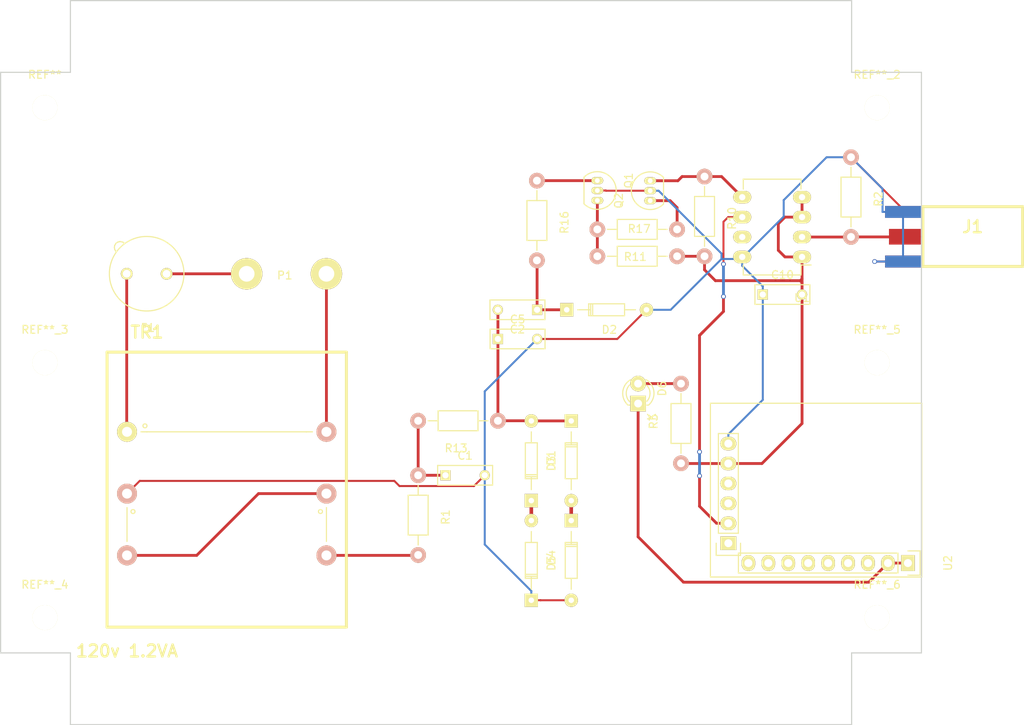
<source format=kicad_pcb>
(kicad_pcb (version 20171130) (host pcbnew "(5.1.12)-1")

  (general
    (thickness 1.6)
    (drawings 12)
    (tracks 150)
    (zones 0)
    (modules 32)
    (nets 32)
  )

  (page A4)
  (layers
    (0 F.Cu signal)
    (31 B.Cu signal)
    (32 B.Adhes user hide)
    (33 F.Adhes user hide)
    (34 B.Paste user hide)
    (35 F.Paste user hide)
    (36 B.SilkS user hide)
    (37 F.SilkS user hide)
    (38 B.Mask user hide)
    (39 F.Mask user hide)
    (40 Dwgs.User user hide)
    (41 Cmts.User user hide)
    (42 Eco1.User user hide)
    (43 Eco2.User user hide)
    (44 Edge.Cuts user)
    (45 Margin user hide)
    (46 B.CrtYd user hide)
    (47 F.CrtYd user hide)
    (48 B.Fab user hide)
    (49 F.Fab user hide)
  )

  (setup
    (last_trace_width 0.25)
    (trace_clearance 0.2)
    (zone_clearance 0.508)
    (zone_45_only no)
    (trace_min 0.1524)
    (via_size 0.6)
    (via_drill 0.4)
    (via_min_size 0.4)
    (via_min_drill 0.3)
    (uvia_size 0.3)
    (uvia_drill 0.1)
    (uvias_allowed no)
    (uvia_min_size 0.2)
    (uvia_min_drill 0.1)
    (edge_width 0.15)
    (segment_width 0.2)
    (pcb_text_width 0.3)
    (pcb_text_size 1.5 1.5)
    (mod_edge_width 0.15)
    (mod_text_size 1 1)
    (mod_text_width 0.15)
    (pad_size 4.07162 1.99898)
    (pad_drill 0)
    (pad_to_mask_clearance 0.2)
    (aux_axis_origin 0 0)
    (grid_origin 19.05 20.32)
    (visible_elements 7FFFFFFF)
    (pcbplotparams
      (layerselection 0x00030_80000001)
      (usegerberextensions false)
      (usegerberattributes true)
      (usegerberadvancedattributes true)
      (creategerberjobfile true)
      (excludeedgelayer true)
      (linewidth 0.100000)
      (plotframeref false)
      (viasonmask false)
      (mode 1)
      (useauxorigin false)
      (hpglpennumber 1)
      (hpglpenspeed 20)
      (hpglpendiameter 15.000000)
      (psnegative false)
      (psa4output false)
      (plotreference true)
      (plotvalue true)
      (plotinvisibletext false)
      (padsonsilk false)
      (subtractmaskfromsilk false)
      (outputformat 1)
      (mirror false)
      (drillshape 1)
      (scaleselection 1)
      (outputdirectory ""))
  )

  (net 0 "")
  (net 1 "Net-(C1-Pad1)")
  (net 2 GND)
  (net 3 "Net-(C2-Pad1)")
  (net 4 "Net-(D1-Pad1)")
  (net 5 "Net-(D3-Pad2)")
  (net 6 "Net-(Q1-Pad1)")
  (net 7 60PPS)
  (net 8 "Net-(Q2-Pad1)")
  (net 9 "Net-(R1-Pad2)")
  (net 10 CLAMP)
  (net 11 TRIG)
  (net 12 10MHz)
  (net 13 SERIAL_RX)
  (net 14 "Net-(P1-Pad2)")
  (net 15 "Net-(F1-Pad1)")
  (net 16 "Net-(F1-Pad2)")
  (net 17 "Net-(TR1-Pad4)")
  (net 18 +3V3)
  (net 19 "Net-(D6-Pad1)")
  (net 20 "Net-(D6-Pad2)")
  (net 21 "Net-(U1-Pad7)")
  (net 22 "Net-(U2-Pad3-3)")
  (net 23 "Net-(U2-Pad3-4)")
  (net 24 "Net-(U2-Pad3-5)")
  (net 25 "Net-(U2-Pad3-6)")
  (net 26 "Net-(U2-Pad3-7)")
  (net 27 "Net-(U2-Pad3-8)")
  (net 28 "Net-(U2-Pad3-9)")
  (net 29 "Net-(U2-Pad2-4)")
  (net 30 "Net-(U2-Pad2-3)")
  (net 31 "Net-(U2-Pad2-1)")

  (net_class Default "This is the default net class."
    (clearance 0.2)
    (trace_width 0.25)
    (via_dia 0.6)
    (via_drill 0.4)
    (uvia_dia 0.3)
    (uvia_drill 0.1)
    (add_net +3V3)
    (add_net 10MHz)
    (add_net 60PPS)
    (add_net CLAMP)
    (add_net GND)
    (add_net "Net-(C1-Pad1)")
    (add_net "Net-(C2-Pad1)")
    (add_net "Net-(D1-Pad1)")
    (add_net "Net-(D3-Pad2)")
    (add_net "Net-(D6-Pad1)")
    (add_net "Net-(D6-Pad2)")
    (add_net "Net-(F1-Pad1)")
    (add_net "Net-(F1-Pad2)")
    (add_net "Net-(P1-Pad2)")
    (add_net "Net-(Q1-Pad1)")
    (add_net "Net-(Q2-Pad1)")
    (add_net "Net-(R1-Pad2)")
    (add_net "Net-(TR1-Pad4)")
    (add_net "Net-(U1-Pad7)")
    (add_net "Net-(U2-Pad2-1)")
    (add_net "Net-(U2-Pad2-3)")
    (add_net "Net-(U2-Pad2-4)")
    (add_net "Net-(U2-Pad3-3)")
    (add_net "Net-(U2-Pad3-4)")
    (add_net "Net-(U2-Pad3-5)")
    (add_net "Net-(U2-Pad3-6)")
    (add_net "Net-(U2-Pad3-7)")
    (add_net "Net-(U2-Pad3-8)")
    (add_net "Net-(U2-Pad3-9)")
    (add_net SERIAL_RX)
    (add_net TRIG)
  )

  (module SMA_EDGE:SMA_EDGE (layer F.Cu) (tedit 571DBAD8) (tstamp 571301A0)
    (at 151.765 55.245)
    (path /57133FB1)
    (fp_text reference J1 (at 0 0) (layer F.SilkS)
      (effects (font (size 1.524 1.524) (thickness 0.3048)))
    )
    (fp_text value SMA (at 0 2.54) (layer F.SilkS) hide
      (effects (font (size 1.524 1.524) (thickness 0.3048)))
    )
    (fp_line (start 6.35 -2.5654) (end -6.35 -2.5654) (layer F.SilkS) (width 0.381))
    (fp_line (start 6.35 5.0546) (end 6.35 -2.5654) (layer F.SilkS) (width 0.381))
    (fp_line (start -6.35 5.0546) (end 6.35 5.0546) (layer F.SilkS) (width 0.381))
    (fp_line (start -6.35 -2.5654) (end -6.35 5.0546) (layer F.SilkS) (width 0.381))
    (pad 0 connect rect (at -8.8773 -1.89484) (size 4.572 1.524) (layers *.Cu F.Mask)
      (net 2 GND))
    (pad 1 connect trapezoid (at -6.858 1.27) (size 0.50038 0.762) (rect_delta 0.59944 0 ) (layers F.Cu F.Mask)
      (net 12 10MHz))
    (pad 2 connect rect (at -8.8773 4.42976) (size 4.572 1.524) (layers *.Cu F.Mask)
      (net 2 GND))
    (pad 1 connect rect (at -8.636 1.27) (size 4.07162 1.99898) (layers F.Cu F.Mask)
      (net 12 10MHz))
    (model SMA_EDGE.wrl
      (offset (xyz -5.206999921798706 -1.269999980926514 -3.047999954223633))
      (scale (xyz 1.3 1.3 1.3))
      (rotate (xyz 270 0 180))
    )
  )

  (module Wire_Connections_Bridges:WireConnection_2.00mmDrill (layer F.Cu) (tedit 0) (tstamp 57160400)
    (at 59.2836 61.2394)
    (descr "WireConnection with 2mm drill")
    (path /571315A0)
    (fp_text reference P1 (at 4.8514 0.2032) (layer F.SilkS)
      (effects (font (size 1 1) (thickness 0.15)))
    )
    (fp_text value CONN_01X03 (at 5.08 3.81) (layer F.Fab)
      (effects (font (size 1 1) (thickness 0.15)))
    )
    (fp_line (start -2.1336 -5.1816) (end -2.1336 -3.6322) (layer Cmts.User) (width 0.381))
    (fp_line (start -2.6162 -4.1148) (end -2.1336 -5.1816) (layer Cmts.User) (width 0.381))
    (fp_line (start -3.0988 -5.2578) (end -2.6162 -4.1148) (layer Cmts.User) (width 0.381))
    (fp_line (start -3.0988 -3.6322) (end -3.0988 -5.2578) (layer Cmts.User) (width 0.381))
    (fp_line (start -1.1176 -4.7244) (end -1.4478 -4.4704) (layer Cmts.User) (width 0.381))
    (fp_line (start -0.8382 -4.6482) (end -1.1176 -4.7244) (layer Cmts.User) (width 0.381))
    (fp_line (start -0.6604 -4.445) (end -0.8382 -4.6482) (layer Cmts.User) (width 0.381))
    (fp_line (start -0.6604 -3.9878) (end -0.6604 -4.445) (layer Cmts.User) (width 0.381))
    (fp_line (start -0.762 -3.7846) (end -0.6604 -3.9878) (layer Cmts.User) (width 0.381))
    (fp_line (start -1.0414 -3.6576) (end -0.762 -3.7846) (layer Cmts.User) (width 0.381))
    (fp_line (start -1.27 -3.7084) (end -1.0414 -3.6576) (layer Cmts.User) (width 0.381))
    (fp_line (start -1.4732 -3.9116) (end -1.27 -3.7084) (layer Cmts.User) (width 0.381))
    (fp_line (start -1.4732 -4.3942) (end -1.4732 -3.9116) (layer Cmts.User) (width 0.381))
    (fp_line (start 0.5842 -4.6736) (end 0.5588 -4.6736) (layer Cmts.User) (width 0.381))
    (fp_line (start 0.3048 -3.6576) (end 0.5842 -4.6736) (layer Cmts.User) (width 0.381))
    (fp_line (start -0.1524 -4.7244) (end 0.3048 -3.6576) (layer Cmts.User) (width 0.381))
    (fp_line (start 1.8034 -4.318) (end 1.1684 -4.2418) (layer Cmts.User) (width 0.381))
    (fp_line (start 1.8034 -4.5212) (end 1.8034 -4.318) (layer Cmts.User) (width 0.381))
    (fp_line (start 1.651 -4.6482) (end 1.8034 -4.5212) (layer Cmts.User) (width 0.381))
    (fp_line (start 1.3716 -4.6736) (end 1.651 -4.6482) (layer Cmts.User) (width 0.381))
    (fp_line (start 1.1684 -4.572) (end 1.3716 -4.6736) (layer Cmts.User) (width 0.381))
    (fp_line (start 1.0414 -4.318) (end 1.1684 -4.572) (layer Cmts.User) (width 0.381))
    (fp_line (start 1.1176 -3.9116) (end 1.0414 -4.318) (layer Cmts.User) (width 0.381))
    (fp_line (start 1.27 -3.7592) (end 1.1176 -3.9116) (layer Cmts.User) (width 0.381))
    (fp_line (start 1.524 -3.6576) (end 1.27 -3.7592) (layer Cmts.User) (width 0.381))
    (fp_line (start 1.778 -3.7592) (end 1.524 -3.6576) (layer Cmts.User) (width 0.381))
    (fp_line (start 4.0894 -4.445) (end 3.6322 -4.445) (layer Cmts.User) (width 0.381))
    (fp_line (start 4.3688 -4.3942) (end 4.0894 -4.445) (layer Cmts.User) (width 0.381))
    (fp_line (start 4.4958 -4.5974) (end 4.3688 -4.3942) (layer Cmts.User) (width 0.381))
    (fp_line (start 4.4958 -4.8768) (end 4.4958 -4.5974) (layer Cmts.User) (width 0.381))
    (fp_line (start 4.3688 -5.1308) (end 4.4958 -4.8768) (layer Cmts.User) (width 0.381))
    (fp_line (start 4.0894 -5.2578) (end 4.3688 -5.1308) (layer Cmts.User) (width 0.381))
    (fp_line (start 3.6322 -5.2578) (end 4.0894 -5.2578) (layer Cmts.User) (width 0.381))
    (fp_line (start 3.6068 -3.6576) (end 3.6322 -5.2578) (layer Cmts.User) (width 0.381))
    (fp_line (start 5.7912 -4.4704) (end 5.842 -3.6322) (layer Cmts.User) (width 0.381))
    (fp_line (start 5.6388 -4.6482) (end 5.7912 -4.4704) (layer Cmts.User) (width 0.381))
    (fp_line (start 5.3848 -4.7244) (end 5.6388 -4.6482) (layer Cmts.User) (width 0.381))
    (fp_line (start 5.1054 -4.572) (end 5.3848 -4.7244) (layer Cmts.User) (width 0.381))
    (fp_line (start 5.1308 -4.191) (end 5.842 -4.2418) (layer Cmts.User) (width 0.381))
    (fp_line (start 5.1054 -3.9116) (end 5.1308 -4.191) (layer Cmts.User) (width 0.381))
    (fp_line (start 5.2578 -3.7084) (end 5.1054 -3.9116) (layer Cmts.User) (width 0.381))
    (fp_line (start 5.715 -3.6576) (end 5.2578 -3.7084) (layer Cmts.User) (width 0.381))
    (fp_line (start 7.2136 -5.207) (end 7.2136 -3.6576) (layer Cmts.User) (width 0.381))
    (fp_line (start 6.6802 -4.6736) (end 7.0104 -4.7244) (layer Cmts.User) (width 0.381))
    (fp_line (start 6.477 -4.4704) (end 6.6802 -4.6736) (layer Cmts.User) (width 0.381))
    (fp_line (start 6.477 -4.1656) (end 6.477 -4.4704) (layer Cmts.User) (width 0.381))
    (fp_line (start 6.604 -3.8354) (end 6.477 -4.1656) (layer Cmts.User) (width 0.381))
    (fp_line (start 6.8072 -3.7592) (end 6.604 -3.8354) (layer Cmts.User) (width 0.381))
    (fp_line (start 7.1628 -3.6576) (end 6.8072 -3.7592) (layer Cmts.User) (width 0.381))
    (fp_line (start 8.2804 -3.6576) (end 7.8994 -3.7084) (layer Cmts.User) (width 0.381))
    (fp_line (start 8.4836 -3.8354) (end 8.2804 -3.6576) (layer Cmts.User) (width 0.381))
    (fp_line (start 8.4328 -4.1148) (end 8.4836 -3.8354) (layer Cmts.User) (width 0.381))
    (fp_line (start 8.1788 -4.191) (end 8.4328 -4.1148) (layer Cmts.User) (width 0.381))
    (fp_line (start 7.8994 -4.2672) (end 8.1788 -4.191) (layer Cmts.User) (width 0.381))
    (fp_line (start 7.874 -4.445) (end 7.8994 -4.2672) (layer Cmts.User) (width 0.381))
    (fp_line (start 8.0264 -4.6736) (end 7.874 -4.445) (layer Cmts.User) (width 0.381))
    (fp_line (start 8.3058 -4.6736) (end 8.0264 -4.6736) (layer Cmts.User) (width 0.381))
    (fp_line (start 8.4328 -4.5974) (end 8.3058 -4.6736) (layer Cmts.User) (width 0.381))
    (fp_line (start 10.3886 -5.08) (end 10.3378 -3.7084) (layer Cmts.User) (width 0.381))
    (fp_line (start 10.541 -5.207) (end 10.3886 -5.08) (layer Cmts.User) (width 0.381))
    (fp_line (start 10.7188 -5.207) (end 10.541 -5.207) (layer Cmts.User) (width 0.381))
    (fp_line (start 9.9822 -4.6736) (end 10.668 -4.7244) (layer Cmts.User) (width 0.381))
    (fp_line (start 11.2014 -4.7244) (end 11.2014 -3.6576) (layer Cmts.User) (width 0.381))
    (fp_line (start 11.6078 -4.6736) (end 11.6332 -4.6736) (layer Cmts.User) (width 0.381))
    (fp_line (start 11.2268 -4.5212) (end 11.6078 -4.6736) (layer Cmts.User) (width 0.381))
    (fp_line (start 12.7762 -4.2672) (end 12.1412 -4.2418) (layer Cmts.User) (width 0.381))
    (fp_line (start 12.7508 -4.572) (end 12.7762 -4.2672) (layer Cmts.User) (width 0.381))
    (fp_line (start 12.573 -4.6482) (end 12.7508 -4.572) (layer Cmts.User) (width 0.381))
    (fp_line (start 12.2936 -4.6482) (end 12.573 -4.6482) (layer Cmts.User) (width 0.381))
    (fp_line (start 12.1412 -4.572) (end 12.2936 -4.6482) (layer Cmts.User) (width 0.381))
    (fp_line (start 12.0396 -4.2418) (end 12.1412 -4.572) (layer Cmts.User) (width 0.381))
    (fp_line (start 12.0396 -3.8608) (end 12.0396 -4.2418) (layer Cmts.User) (width 0.381))
    (fp_line (start 12.2174 -3.7084) (end 12.0396 -3.8608) (layer Cmts.User) (width 0.381))
    (fp_line (start 12.4206 -3.7084) (end 12.2174 -3.7084) (layer Cmts.User) (width 0.381))
    (fp_line (start 12.7508 -3.7084) (end 12.4206 -3.7084) (layer Cmts.User) (width 0.381))
    (fp_line (start 13.4366 -4.191) (end 13.4366 -4.2418) (layer Cmts.User) (width 0.381))
    (fp_line (start 14.0462 -4.318) (end 13.4366 -4.191) (layer Cmts.User) (width 0.381))
    (fp_line (start 13.9954 -4.6736) (end 14.0462 -4.318) (layer Cmts.User) (width 0.381))
    (fp_line (start 13.7668 -4.7244) (end 13.9954 -4.6736) (layer Cmts.User) (width 0.381))
    (fp_line (start 13.462 -4.6482) (end 13.7668 -4.7244) (layer Cmts.User) (width 0.381))
    (fp_line (start 13.3604 -4.572) (end 13.462 -4.6482) (layer Cmts.User) (width 0.381))
    (fp_line (start 13.3604 -4.1148) (end 13.3604 -4.572) (layer Cmts.User) (width 0.381))
    (fp_line (start 13.4366 -3.7592) (end 13.3604 -4.1148) (layer Cmts.User) (width 0.381))
    (fp_line (start 13.6398 -3.6576) (end 13.4366 -3.7592) (layer Cmts.User) (width 0.381))
    (fp_line (start 13.8684 -3.6576) (end 13.6398 -3.6576) (layer Cmts.User) (width 0.381))
    (fp_line (start 14.0716 -3.7592) (end 13.8684 -3.6576) (layer Cmts.User) (width 0.381))
    (pad 1 thru_hole circle (at 0 0) (size 4.0005 4.0005) (drill 1.99898) (layers *.Cu *.Mask F.SilkS)
      (net 15 "Net-(F1-Pad1)"))
    (pad 2 thru_hole circle (at 10.16 0) (size 4.0005 4.0005) (drill 1.99898) (layers *.Cu *.Mask F.SilkS)
      (net 14 "Net-(P1-Pad2)"))
  )

  (module Mounting_Holes:MountingHole_3.2mm_M3 locked (layer F.Cu) (tedit 56D1B4CB) (tstamp 571D8B83)
    (at 139.585 105.06)
    (descr "Mounting Hole 3.2mm, no annular, M3")
    (tags "mounting hole 3.2mm no annular m3")
    (fp_text reference REF**_6 (at 0 -4.2) (layer F.SilkS)
      (effects (font (size 1 1) (thickness 0.15)))
    )
    (fp_text value MountingHole_3.2mm_M3 (at 0 4.2) (layer F.Fab)
      (effects (font (size 1 1) (thickness 0.15)))
    )
    (fp_circle (center 0 0) (end 3.45 0) (layer F.CrtYd) (width 0.05))
    (fp_circle (center 0 0) (end 3.2 0) (layer Cmts.User) (width 0.15))
    (pad 1 np_thru_hole circle (at 0 0) (size 3.2 3.2) (drill 3.2) (layers *.Cu *.Mask F.SilkS))
  )

  (module Mounting_Holes:MountingHole_3.2mm_M3 locked (layer F.Cu) (tedit 56D1B4CB) (tstamp 571D8B76)
    (at 139.585 72.56)
    (descr "Mounting Hole 3.2mm, no annular, M3")
    (tags "mounting hole 3.2mm no annular m3")
    (fp_text reference REF**_5 (at 0 -4.2) (layer F.SilkS)
      (effects (font (size 1 1) (thickness 0.15)))
    )
    (fp_text value MountingHole_3.2mm_M3 (at 0 4.2) (layer F.Fab)
      (effects (font (size 1 1) (thickness 0.15)))
    )
    (fp_circle (center 0 0) (end 3.45 0) (layer F.CrtYd) (width 0.05))
    (fp_circle (center 0 0) (end 3.2 0) (layer Cmts.User) (width 0.15))
    (pad 1 np_thru_hole circle (at 0 0) (size 3.2 3.2) (drill 3.2) (layers *.Cu *.Mask F.SilkS))
  )

  (module Mounting_Holes:MountingHole_3.2mm_M3 locked (layer F.Cu) (tedit 56D1B4CB) (tstamp 571D8958)
    (at 33.585 105.06)
    (descr "Mounting Hole 3.2mm, no annular, M3")
    (tags "mounting hole 3.2mm no annular m3")
    (fp_text reference REF**_4 (at 0 -4.2) (layer F.SilkS)
      (effects (font (size 1 1) (thickness 0.15)))
    )
    (fp_text value MountingHole_3.2mm_M3 (at 0 4.2) (layer F.Fab)
      (effects (font (size 1 1) (thickness 0.15)))
    )
    (fp_circle (center 0 0) (end 3.45 0) (layer F.CrtYd) (width 0.05))
    (fp_circle (center 0 0) (end 3.2 0) (layer Cmts.User) (width 0.15))
    (pad 1 np_thru_hole circle (at 0 0) (size 3.2 3.2) (drill 3.2) (layers *.Cu *.Mask F.SilkS))
  )

  (module Mounting_Holes:MountingHole_3.2mm_M3 locked (layer F.Cu) (tedit 56D1B4CB) (tstamp 571D8916)
    (at 33.585 72.56)
    (descr "Mounting Hole 3.2mm, no annular, M3")
    (tags "mounting hole 3.2mm no annular m3")
    (fp_text reference REF**_3 (at 0 -4.2) (layer F.SilkS)
      (effects (font (size 1 1) (thickness 0.15)))
    )
    (fp_text value MountingHole_3.2mm_M3 (at 0 4.2) (layer F.Fab)
      (effects (font (size 1 1) (thickness 0.15)))
    )
    (fp_circle (center 0 0) (end 3.45 0) (layer F.CrtYd) (width 0.05))
    (fp_circle (center 0 0) (end 3.2 0) (layer Cmts.User) (width 0.15))
    (pad 1 np_thru_hole circle (at 0 0) (size 3.2 3.2) (drill 3.2) (layers *.Cu *.Mask F.SilkS))
  )

  (module Mounting_Holes:MountingHole_3.2mm_M3 locked (layer F.Cu) (tedit 56D1B4CB) (tstamp 571D88AB)
    (at 139.585 40.06)
    (descr "Mounting Hole 3.2mm, no annular, M3")
    (tags "mounting hole 3.2mm no annular m3")
    (fp_text reference REF**_2 (at 0 -4.2) (layer F.SilkS)
      (effects (font (size 1 1) (thickness 0.15)))
    )
    (fp_text value MountingHole_3.2mm_M3 (at 0 4.2) (layer F.Fab)
      (effects (font (size 1 1) (thickness 0.15)))
    )
    (fp_circle (center 0 0) (end 3.45 0) (layer F.CrtYd) (width 0.05))
    (fp_circle (center 0 0) (end 3.2 0) (layer Cmts.User) (width 0.15))
    (pad 1 np_thru_hole circle (at 0 0) (size 3.2 3.2) (drill 3.2) (layers *.Cu *.Mask F.SilkS))
  )

  (module transformers-hammond:161E120 (layer F.Cu) (tedit 571462FA) (tstamp 57161BEB)
    (at 41.5036 71.2216)
    (path /57110439)
    (fp_text reference TR1 (at 5.08 -2.54) (layer F.SilkS)
      (effects (font (size 1.524 1.524) (thickness 0.3048)))
    )
    (fp_text value "120v 1.2VA" (at 2.54 38.1) (layer F.SilkS)
      (effects (font (size 1.524 1.524) (thickness 0.3048)))
    )
    (fp_circle (center 4.826 9.398) (end 4.826 9.144) (layer F.SilkS) (width 0.15))
    (fp_circle (center 3.302 20.32) (end 3.302 20.066) (layer F.SilkS) (width 0.15))
    (fp_circle (center 27.178 20.32) (end 27.178 20.066) (layer F.SilkS) (width 0.15))
    (fp_line (start 0 35.052) (end 0 0) (layer F.SilkS) (width 0.381))
    (fp_line (start 30.48 35.052) (end 0 35.052) (layer F.SilkS) (width 0.381))
    (fp_line (start 30.48 0) (end 30.48 35.052) (layer F.SilkS) (width 0.381))
    (fp_line (start 0 0) (end 30.48 0) (layer F.SilkS) (width 0.381))
    (fp_line (start 5.08 10.16) (end 25.4 10.16) (layer F.SilkS) (width 0.15))
    (fp_line (start 2.54 20.32) (end 2.54 24.13) (layer F.SilkS) (width 0.15))
    (fp_line (start 27.94 20.32) (end 27.94 24.13) (layer F.SilkS) (width 0.15))
    (fp_line (start 27.94 19.812) (end 27.94 20.32) (layer F.SilkS) (width 0.15))
    (fp_line (start 2.54 19.812) (end 2.54 20.32) (layer F.SilkS) (width 0.15))
    (fp_line (start 4.318 10.16) (end 5.08 10.16) (layer F.SilkS) (width 0.15))
    (fp_line (start 26.162 10.16) (end 25.4 10.16) (layer F.SilkS) (width 0.15))
    (pad 1 thru_hole circle (at 2.54 10.16) (size 2.54 2.54) (drill 1.27) (layers *.Cu *.Mask F.SilkS)
      (net 16 "Net-(F1-Pad2)"))
    (pad 2 thru_hole circle (at 27.94 10.16) (size 2.54 2.54) (drill 1.27) (layers *.Cu *.SilkS *.Mask)
      (net 14 "Net-(P1-Pad2)"))
    (pad 3 thru_hole circle (at 2.54 18.034) (size 2.54 2.54) (drill 1.27) (layers *.Cu *.SilkS *.Mask)
      (net 2 GND))
    (pad 4 thru_hole circle (at 2.54 25.908) (size 2.54 2.54) (drill 1.27) (layers *.Cu *.SilkS *.Mask)
      (net 17 "Net-(TR1-Pad4)"))
    (pad 5 thru_hole circle (at 27.94 18.034) (size 2.54 2.54) (drill 1.27) (layers *.Cu *.SilkS *.Mask)
      (net 17 "Net-(TR1-Pad4)"))
    (pad 6 thru_hole circle (at 27.94 25.908) (size 2.54 2.54) (drill 1.27) (layers *.Cu *.SilkS *.Mask)
      (net 9 "Net-(R1-Pad2)"))
    (model perso/Transfo_Serie_VB2.wrl
      (at (xyz 0 0 0))
      (scale (xyz 1 1 1))
      (rotate (xyz 0 0 0))
    )
  )

  (module Diodes_ThroughHole:Diode_DO-35_SOD27_Horizontal_RM10 (layer F.Cu) (tedit 552FFC30) (tstamp 5713ADE0)
    (at 95.5427 90.1484 90)
    (descr "Diode, DO-35,  SOD27, Horizontal, RM 10mm")
    (tags "Diode, DO-35, SOD27, Horizontal, RM 10mm, 1N4148,")
    (path /571107B6)
    (fp_text reference D1 (at 5.43052 2.53746 90) (layer F.SilkS)
      (effects (font (size 1 1) (thickness 0.15)))
    )
    (fp_text value 1N4148 (at 4.41452 -3.55854 90) (layer F.Fab)
      (effects (font (size 1 1) (thickness 0.15)))
    )
    (fp_line (start 2.79452 -0.76454) (end 2.79452 -0.00254) (layer F.SilkS) (width 0.15))
    (fp_line (start 7.36652 -0.76454) (end 2.79452 -0.76454) (layer F.SilkS) (width 0.15))
    (fp_line (start 7.36652 0.75946) (end 7.36652 -0.76454) (layer F.SilkS) (width 0.15))
    (fp_line (start 2.79452 0.75946) (end 7.36652 0.75946) (layer F.SilkS) (width 0.15))
    (fp_line (start 2.79452 -0.00254) (end 2.79452 0.75946) (layer F.SilkS) (width 0.15))
    (fp_line (start 3.04852 -0.76454) (end 3.04852 0.75946) (layer F.SilkS) (width 0.15))
    (fp_line (start 3.30252 -0.76454) (end 3.30252 0.75946) (layer F.SilkS) (width 0.15))
    (fp_line (start 2.92152 -0.00254) (end 1.39752 -0.00254) (layer F.SilkS) (width 0.15))
    (fp_line (start 7.36652 -0.00254) (end 8.76352 -0.00254) (layer F.SilkS) (width 0.15))
    (pad 2 thru_hole circle (at 10.16052 -0.00254 270) (size 1.69926 1.69926) (drill 0.70104) (layers *.Cu *.Mask F.SilkS)
      (net 10 CLAMP))
    (pad 1 thru_hole rect (at 0.00052 -0.00254 270) (size 1.69926 1.69926) (drill 0.70104) (layers *.Cu *.Mask F.SilkS)
      (net 4 "Net-(D1-Pad1)"))
    (model Diodes_ThroughHole.3dshapes/Diode_DO-35_SOD27_Horizontal_RM10.wrl
      (offset (xyz 5.079999923706055 0 0))
      (scale (xyz 0.4 0.4 0.4))
      (rotate (xyz 0 0 180))
    )
  )

  (module Diodes_ThroughHole:Diode_DO-35_SOD27_Horizontal_RM10 (layer F.Cu) (tedit 552FFC30) (tstamp 5713ADE6)
    (at 100.05 65.8266)
    (descr "Diode, DO-35,  SOD27, Horizontal, RM 10mm")
    (tags "Diode, DO-35, SOD27, Horizontal, RM 10mm, 1N4148,")
    (path /57110F47)
    (fp_text reference D2 (at 5.43052 2.53746) (layer F.SilkS)
      (effects (font (size 1 1) (thickness 0.15)))
    )
    (fp_text value 1N4148 (at 4.41452 -3.55854) (layer F.Fab)
      (effects (font (size 1 1) (thickness 0.15)))
    )
    (fp_line (start 2.79452 -0.76454) (end 2.79452 -0.00254) (layer F.SilkS) (width 0.15))
    (fp_line (start 7.36652 -0.76454) (end 2.79452 -0.76454) (layer F.SilkS) (width 0.15))
    (fp_line (start 7.36652 0.75946) (end 7.36652 -0.76454) (layer F.SilkS) (width 0.15))
    (fp_line (start 2.79452 0.75946) (end 7.36652 0.75946) (layer F.SilkS) (width 0.15))
    (fp_line (start 2.79452 -0.00254) (end 2.79452 0.75946) (layer F.SilkS) (width 0.15))
    (fp_line (start 3.04852 -0.76454) (end 3.04852 0.75946) (layer F.SilkS) (width 0.15))
    (fp_line (start 3.30252 -0.76454) (end 3.30252 0.75946) (layer F.SilkS) (width 0.15))
    (fp_line (start 2.92152 -0.00254) (end 1.39752 -0.00254) (layer F.SilkS) (width 0.15))
    (fp_line (start 7.36652 -0.00254) (end 8.76352 -0.00254) (layer F.SilkS) (width 0.15))
    (pad 2 thru_hole circle (at 10.16052 -0.00254 180) (size 1.69926 1.69926) (drill 0.70104) (layers *.Cu *.Mask F.SilkS)
      (net 2 GND))
    (pad 1 thru_hole rect (at 0.00052 -0.00254 180) (size 1.69926 1.69926) (drill 0.70104) (layers *.Cu *.Mask F.SilkS)
      (net 3 "Net-(C2-Pad1)"))
    (model Diodes_ThroughHole.3dshapes/Diode_DO-35_SOD27_Horizontal_RM10.wrl
      (offset (xyz 5.079999923706055 0 0))
      (scale (xyz 0.4 0.4 0.4))
      (rotate (xyz 0 0 180))
    )
  )

  (module Diodes_ThroughHole:Diode_DO-35_SOD27_Horizontal_RM10 (layer F.Cu) (tedit 552FFC30) (tstamp 5713ADF2)
    (at 95.5427 102.848 90)
    (descr "Diode, DO-35,  SOD27, Horizontal, RM 10mm")
    (tags "Diode, DO-35, SOD27, Horizontal, RM 10mm, 1N4148,")
    (path /57110808)
    (fp_text reference D4 (at 5.43052 2.53746 90) (layer F.SilkS)
      (effects (font (size 1 1) (thickness 0.15)))
    )
    (fp_text value 1N4148 (at 4.41452 -3.55854 90) (layer F.Fab)
      (effects (font (size 1 1) (thickness 0.15)))
    )
    (fp_line (start 2.79452 -0.76454) (end 2.79452 -0.00254) (layer F.SilkS) (width 0.15))
    (fp_line (start 7.36652 -0.76454) (end 2.79452 -0.76454) (layer F.SilkS) (width 0.15))
    (fp_line (start 7.36652 0.75946) (end 7.36652 -0.76454) (layer F.SilkS) (width 0.15))
    (fp_line (start 2.79452 0.75946) (end 7.36652 0.75946) (layer F.SilkS) (width 0.15))
    (fp_line (start 2.79452 -0.00254) (end 2.79452 0.75946) (layer F.SilkS) (width 0.15))
    (fp_line (start 3.04852 -0.76454) (end 3.04852 0.75946) (layer F.SilkS) (width 0.15))
    (fp_line (start 3.30252 -0.76454) (end 3.30252 0.75946) (layer F.SilkS) (width 0.15))
    (fp_line (start 2.92152 -0.00254) (end 1.39752 -0.00254) (layer F.SilkS) (width 0.15))
    (fp_line (start 7.36652 -0.00254) (end 8.76352 -0.00254) (layer F.SilkS) (width 0.15))
    (pad 2 thru_hole circle (at 10.16052 -0.00254 270) (size 1.69926 1.69926) (drill 0.70104) (layers *.Cu *.Mask F.SilkS)
      (net 4 "Net-(D1-Pad1)"))
    (pad 1 thru_hole rect (at 0.00052 -0.00254 270) (size 1.69926 1.69926) (drill 0.70104) (layers *.Cu *.Mask F.SilkS)
      (net 2 GND))
    (model Diodes_ThroughHole.3dshapes/Diode_DO-35_SOD27_Horizontal_RM10.wrl
      (offset (xyz 5.079999923706055 0 0))
      (scale (xyz 0.4 0.4 0.4))
      (rotate (xyz 0 0 180))
    )
  )

  (module Diodes_ThroughHole:Diode_DO-35_SOD27_Horizontal_RM10 (layer F.Cu) (tedit 552FFC30) (tstamp 5713ADF8)
    (at 100.623 92.6884 270)
    (descr "Diode, DO-35,  SOD27, Horizontal, RM 10mm")
    (tags "Diode, DO-35, SOD27, Horizontal, RM 10mm, 1N4148,")
    (path /571108F4)
    (fp_text reference D5 (at 5.43052 2.53746 270) (layer F.SilkS)
      (effects (font (size 1 1) (thickness 0.15)))
    )
    (fp_text value 1N4148 (at 4.41452 -3.55854 270) (layer F.Fab)
      (effects (font (size 1 1) (thickness 0.15)))
    )
    (fp_line (start 2.79452 -0.76454) (end 2.79452 -0.00254) (layer F.SilkS) (width 0.15))
    (fp_line (start 7.36652 -0.76454) (end 2.79452 -0.76454) (layer F.SilkS) (width 0.15))
    (fp_line (start 7.36652 0.75946) (end 7.36652 -0.76454) (layer F.SilkS) (width 0.15))
    (fp_line (start 2.79452 0.75946) (end 7.36652 0.75946) (layer F.SilkS) (width 0.15))
    (fp_line (start 2.79452 -0.00254) (end 2.79452 0.75946) (layer F.SilkS) (width 0.15))
    (fp_line (start 3.04852 -0.76454) (end 3.04852 0.75946) (layer F.SilkS) (width 0.15))
    (fp_line (start 3.30252 -0.76454) (end 3.30252 0.75946) (layer F.SilkS) (width 0.15))
    (fp_line (start 2.92152 -0.00254) (end 1.39752 -0.00254) (layer F.SilkS) (width 0.15))
    (fp_line (start 7.36652 -0.00254) (end 8.76352 -0.00254) (layer F.SilkS) (width 0.15))
    (pad 2 thru_hole circle (at 10.16052 -0.00254 90) (size 1.69926 1.69926) (drill 0.70104) (layers *.Cu *.Mask F.SilkS)
      (net 2 GND))
    (pad 1 thru_hole rect (at 0.00052 -0.00254 90) (size 1.69926 1.69926) (drill 0.70104) (layers *.Cu *.Mask F.SilkS)
      (net 5 "Net-(D3-Pad2)"))
    (model Diodes_ThroughHole.3dshapes/Diode_DO-35_SOD27_Horizontal_RM10.wrl
      (offset (xyz 5.079999923706055 0 0))
      (scale (xyz 0.4 0.4 0.4))
      (rotate (xyz 0 0 180))
    )
  )

  (module TO_SOT_Packages_THT:TO-92_Inline_Narrow_Oval (layer F.Cu) (tedit 54F24281) (tstamp 5713ADFF)
    (at 103.95 49.3522 270)
    (descr "TO-92 leads in-line, narrow, oval pads, drill 0.6mm (see NXP sot054_po.pdf)")
    (tags "to-92 sc-43 sc-43a sot54 PA33 transistor")
    (path /571112EF)
    (fp_text reference Q1 (at 0 -4 270) (layer F.SilkS)
      (effects (font (size 1 1) (thickness 0.15)))
    )
    (fp_text value 2N3904 (at 0 3 270) (layer F.Fab)
      (effects (font (size 1 1) (thickness 0.15)))
    )
    (fp_line (start 3.95 1.95) (end 3.95 -2.65) (layer F.CrtYd) (width 0.05))
    (fp_line (start -1.4 -2.65) (end 3.95 -2.65) (layer F.CrtYd) (width 0.05))
    (fp_line (start -0.43 1.7) (end 2.97 1.7) (layer F.SilkS) (width 0.15))
    (fp_line (start -1.4 1.95) (end 3.95 1.95) (layer F.CrtYd) (width 0.05))
    (fp_line (start -1.4 1.95) (end -1.4 -2.65) (layer F.CrtYd) (width 0.05))
    (fp_arc (start 1.27 0) (end 1.27 -2.4) (angle -135) (layer F.SilkS) (width 0.15))
    (fp_arc (start 1.27 0) (end 1.27 -2.4) (angle 135) (layer F.SilkS) (width 0.15))
    (pad 2 thru_hole oval (at 1.27 0 90) (size 0.89916 1.50114) (drill 0.6) (layers *.Cu *.Mask F.SilkS)
      (net 2 GND))
    (pad 3 thru_hole oval (at 2.54 0 90) (size 0.89916 1.50114) (drill 0.6) (layers *.Cu *.Mask F.SilkS)
      (net 11 TRIG))
    (pad 1 thru_hole oval (at 0 0 90) (size 0.89916 1.50114) (drill 0.6) (layers *.Cu *.Mask F.SilkS)
      (net 6 "Net-(Q1-Pad1)"))
    (model TO_SOT_Packages_THT.3dshapes/TO-92_Inline_Narrow_Oval.wrl
      (offset (xyz 1.269999980926514 0 0))
      (scale (xyz 1 1 1))
      (rotate (xyz 0 0 -90))
    )
  )

  (module TO_SOT_Packages_THT:TO-92_Inline_Narrow_Oval (layer F.Cu) (tedit 54F24281) (tstamp 5713AE06)
    (at 110.68 51.9176 90)
    (descr "TO-92 leads in-line, narrow, oval pads, drill 0.6mm (see NXP sot054_po.pdf)")
    (tags "to-92 sc-43 sc-43a sot54 PA33 transistor")
    (path /57111736)
    (fp_text reference Q2 (at 0 -4 90) (layer F.SilkS)
      (effects (font (size 1 1) (thickness 0.15)))
    )
    (fp_text value 2N3904 (at 0 3 90) (layer F.Fab)
      (effects (font (size 1 1) (thickness 0.15)))
    )
    (fp_line (start 3.95 1.95) (end 3.95 -2.65) (layer F.CrtYd) (width 0.05))
    (fp_line (start -1.4 -2.65) (end 3.95 -2.65) (layer F.CrtYd) (width 0.05))
    (fp_line (start -0.43 1.7) (end 2.97 1.7) (layer F.SilkS) (width 0.15))
    (fp_line (start -1.4 1.95) (end 3.95 1.95) (layer F.CrtYd) (width 0.05))
    (fp_line (start -1.4 1.95) (end -1.4 -2.65) (layer F.CrtYd) (width 0.05))
    (fp_arc (start 1.27 0) (end 1.27 -2.4) (angle -135) (layer F.SilkS) (width 0.15))
    (fp_arc (start 1.27 0) (end 1.27 -2.4) (angle 135) (layer F.SilkS) (width 0.15))
    (pad 2 thru_hole oval (at 1.27 0 270) (size 0.89916 1.50114) (drill 0.6) (layers *.Cu *.Mask F.SilkS)
      (net 2 GND))
    (pad 3 thru_hole oval (at 2.54 0 270) (size 0.89916 1.50114) (drill 0.6) (layers *.Cu *.Mask F.SilkS)
      (net 7 60PPS))
    (pad 1 thru_hole oval (at 0 0 270) (size 0.89916 1.50114) (drill 0.6) (layers *.Cu *.Mask F.SilkS)
      (net 8 "Net-(Q2-Pad1)"))
    (model TO_SOT_Packages_THT.3dshapes/TO-92_Inline_Narrow_Oval.wrl
      (offset (xyz 1.269999980926514 0 0))
      (scale (xyz 1 1 1))
      (rotate (xyz 0 0 -90))
    )
  )

  (module Fuse_Holders_and_Fuses:Fuseholder_Fuse_TR5_Littlefuse-No560_No460 (layer F.Cu) (tedit 0) (tstamp 5716040)
    (at 46.5455 61.2394 180)
    (descr "Fuse, Fuseholder, TR5, Littlefuse/Wickmann, No. 460, No560,")
    (tags "Fuse, Fuseholder, TR5, Littlefuse/Wickmann, No. 460, No560,")
    (path /5714335E)
    (fp_text reference F1 (at -0.14986 -6.89102 180) (layer F.SilkS)
      (effects (font (size 1 1) (thickness 0.15)))
    )
    (fp_text value 50mA (at -0.14986 7.4295 180) (layer F.Fab)
      (effects (font (size 1 1) (thickness 0.15)))
    )
    (fp_circle (center 0 0.01016) (end 4.7498 0.01016) (layer F.SilkS) (width 0.15))
    (fp_line (start 2.94894 3.99034) (end 2.8194 3.84048) (layer F.SilkS) (width 0.15))
    (fp_line (start 3.12928 4.06908) (end 2.94894 3.99034) (layer F.SilkS) (width 0.15))
    (fp_line (start 3.41884 4.10972) (end 3.12928 4.06908) (layer F.SilkS) (width 0.15))
    (fp_line (start 3.71094 4.03098) (end 3.41884 4.10972) (layer F.SilkS) (width 0.15))
    (fp_line (start 3.92938 3.8608) (end 3.71094 4.03098) (layer F.SilkS) (width 0.15))
    (fp_line (start 4.07924 3.59918) (end 3.92938 3.8608) (layer F.SilkS) (width 0.15))
    (fp_line (start 4.10972 3.3401) (end 4.07924 3.59918) (layer F.SilkS) (width 0.15))
    (fp_line (start 4.05892 3.09118) (end 4.10972 3.3401) (layer F.SilkS) (width 0.15))
    (fp_line (start 3.97002 2.93116) (end 4.05892 3.09118) (layer F.SilkS) (width 0.15))
    (fp_line (start 3.85064 2.78892) (end 3.97002 2.93116) (layer F.SilkS) (width 0.15))
    (pad 1 thru_hole circle (at -2.54 0 180) (size 1.50114 1.50114) (drill 1.00076) (layers *.Cu *.Mask F.SilkS)
      (net 15 "Net-(F1-Pad1)"))
    (pad 2 thru_hole circle (at 2.54 0.01016 180) (size 1.50114 1.50114) (drill 1.00076) (layers *.Cu *.Mask F.SilkS)
      (net 16 "Net-(F1-Pad2)"))
  )

  (module Resistors_ThroughHole:Resistor_Horizontal_RM10mm (layer F.Cu) (tedit 56648415) (tstamp 5713AE0C)
    (at 81.1276 86.9188 270)
    (descr "Resistor, Axial,  RM 10mm, 1/3W")
    (tags "Resistor Axial RM 10mm 1/3W")
    (path /5711056B)
    (fp_text reference R1 (at 5.32892 -3.50012 270) (layer F.SilkS)
      (effects (font (size 1 1) (thickness 0.15)))
    )
    (fp_text value "2k 1W" (at 5.08 3.81 270) (layer F.Fab)
      (effects (font (size 1 1) (thickness 0.15)))
    )
    (fp_line (start 7.62 0) (end 8.89 0) (layer F.SilkS) (width 0.15))
    (fp_line (start 2.54 0) (end 1.27 0) (layer F.SilkS) (width 0.15))
    (fp_line (start 2.54 1.27) (end 2.54 -1.27) (layer F.SilkS) (width 0.15))
    (fp_line (start 7.62 1.27) (end 2.54 1.27) (layer F.SilkS) (width 0.15))
    (fp_line (start 7.62 -1.27) (end 7.62 1.27) (layer F.SilkS) (width 0.15))
    (fp_line (start 2.54 -1.27) (end 7.62 -1.27) (layer F.SilkS) (width 0.15))
    (fp_line (start -1.25 1.5) (end 11.4 1.5) (layer F.CrtYd) (width 0.05))
    (fp_line (start 11.4 -1.5) (end 11.4 1.5) (layer F.CrtYd) (width 0.05))
    (fp_line (start -1.25 1.5) (end -1.25 -1.5) (layer F.CrtYd) (width 0.05))
    (fp_line (start -1.25 -1.5) (end 11.4 -1.5) (layer F.CrtYd) (width 0.05))
    (pad 1 thru_hole circle (at 0 0 270) (size 1.99898 1.99898) (drill 1.00076) (layers *.Cu *.SilkS *.Mask)
      (net 1 "Net-(C1-Pad1)"))
    (pad 2 thru_hole circle (at 10.16 0 270) (size 1.99898 1.99898) (drill 1.00076) (layers *.Cu *.SilkS *.Mask)
      (net 9 "Net-(R1-Pad2)"))
    (model Resistors_ThroughHole.3dshapes/Resistor_Horizontal_RM10mm.wrl
      (offset (xyz 5.079999923706055 0 0))
      (scale (xyz 0.4 0.4 0.4))
      (rotate (xyz 0 0 0))
    )
  )

  (module Resistors_ThroughHole:Resistor_Horizontal_RM10mm (layer F.Cu) (tedit 56648415) (tstamp 5713AE1E)
    (at 91.2876 79.9719 180)
    (descr "Resistor, Axial,  RM 10mm, 1/3W")
    (tags "Resistor Axial RM 10mm 1/3W")
    (path /571105B8)
    (fp_text reference R13 (at 5.32892 -3.50012 180) (layer F.SilkS)
      (effects (font (size 1 1) (thickness 0.15)))
    )
    (fp_text value "20k 2W" (at 5.08 3.81 180) (layer F.Fab)
      (effects (font (size 1 1) (thickness 0.15)))
    )
    (fp_line (start 7.62 0) (end 8.89 0) (layer F.SilkS) (width 0.15))
    (fp_line (start 2.54 0) (end 1.27 0) (layer F.SilkS) (width 0.15))
    (fp_line (start 2.54 1.27) (end 2.54 -1.27) (layer F.SilkS) (width 0.15))
    (fp_line (start 7.62 1.27) (end 2.54 1.27) (layer F.SilkS) (width 0.15))
    (fp_line (start 7.62 -1.27) (end 7.62 1.27) (layer F.SilkS) (width 0.15))
    (fp_line (start 2.54 -1.27) (end 7.62 -1.27) (layer F.SilkS) (width 0.15))
    (fp_line (start -1.25 1.5) (end 11.4 1.5) (layer F.CrtYd) (width 0.05))
    (fp_line (start 11.4 -1.5) (end 11.4 1.5) (layer F.CrtYd) (width 0.05))
    (fp_line (start -1.25 1.5) (end -1.25 -1.5) (layer F.CrtYd) (width 0.05))
    (fp_line (start -1.25 -1.5) (end 11.4 -1.5) (layer F.CrtYd) (width 0.05))
    (pad 1 thru_hole circle (at 0 0 180) (size 1.99898 1.99898) (drill 1.00076) (layers *.Cu *.SilkS *.Mask)
      (net 10 CLAMP))
    (pad 2 thru_hole circle (at 10.16 0 180) (size 1.99898 1.99898) (drill 1.00076) (layers *.Cu *.SilkS *.Mask)
      (net 1 "Net-(C1-Pad1)"))
    (model Resistors_ThroughHole.3dshapes/Resistor_Horizontal_RM10mm.wrl
      (offset (xyz 5.079999923706055 0 0))
      (scale (xyz 0.4 0.4 0.4))
      (rotate (xyz 0 0 0))
    )
  )

  (module Diodes_ThroughHole:Diode_DO-35_SOD27_Horizontal_RM10 (layer F.Cu) (tedit 552FFC30) (tstamp 5713ADEC)
    (at 100.623 79.9884 270)
    (descr "Diode, DO-35,  SOD27, Horizontal, RM 10mm")
    (tags "Diode, DO-35, SOD27, Horizontal, RM 10mm, 1N4148,")
    (path /57110841)
    (fp_text reference D3 (at 5.43052 2.53746 270) (layer F.SilkS)
      (effects (font (size 1 1) (thickness 0.15)))
    )
    (fp_text value 1N4148 (at 4.41452 -3.55854 270) (layer F.Fab)
      (effects (font (size 1 1) (thickness 0.15)))
    )
    (fp_line (start 2.79452 -0.76454) (end 2.79452 -0.00254) (layer F.SilkS) (width 0.15))
    (fp_line (start 7.36652 -0.76454) (end 2.79452 -0.76454) (layer F.SilkS) (width 0.15))
    (fp_line (start 7.36652 0.75946) (end 7.36652 -0.76454) (layer F.SilkS) (width 0.15))
    (fp_line (start 2.79452 0.75946) (end 7.36652 0.75946) (layer F.SilkS) (width 0.15))
    (fp_line (start 2.79452 -0.00254) (end 2.79452 0.75946) (layer F.SilkS) (width 0.15))
    (fp_line (start 3.04852 -0.76454) (end 3.04852 0.75946) (layer F.SilkS) (width 0.15))
    (fp_line (start 3.30252 -0.76454) (end 3.30252 0.75946) (layer F.SilkS) (width 0.15))
    (fp_line (start 2.92152 -0.00254) (end 1.39752 -0.00254) (layer F.SilkS) (width 0.15))
    (fp_line (start 7.36652 -0.00254) (end 8.76352 -0.00254) (layer F.SilkS) (width 0.15))
    (pad 2 thru_hole circle (at 10.16052 -0.00254 90) (size 1.69926 1.69926) (drill 0.70104) (layers *.Cu *.Mask F.SilkS)
      (net 5 "Net-(D3-Pad2)"))
    (pad 1 thru_hole rect (at 0.00052 -0.00254 90) (size 1.69926 1.69926) (drill 0.70104) (layers *.Cu *.Mask F.SilkS)
      (net 10 CLAMP))
    (model Diodes_ThroughHole.3dshapes/Diode_DO-35_SOD27_Horizontal_RM10.wrl
      (offset (xyz 5.079999923706055 0 0))
      (scale (xyz 0.4 0.4 0.4))
      (rotate (xyz 0 0 180))
    )
  )

  (module Resistors_ThroughHole:Resistor_Horizontal_RM10mm (layer F.Cu) (tedit 56648415) (tstamp 5713AE24)
    (at 96.2533 49.3649 270)
    (descr "Resistor, Axial,  RM 10mm, 1/3W")
    (tags "Resistor Axial RM 10mm 1/3W")
    (path /57110FF5)
    (fp_text reference R16 (at 5.32892 -3.50012 270) (layer F.SilkS)
      (effects (font (size 1 1) (thickness 0.15)))
    )
    (fp_text value 1k (at 5.08 3.81 270) (layer F.Fab)
      (effects (font (size 1 1) (thickness 0.15)))
    )
    (fp_line (start 7.62 0) (end 8.89 0) (layer F.SilkS) (width 0.15))
    (fp_line (start 2.54 0) (end 1.27 0) (layer F.SilkS) (width 0.15))
    (fp_line (start 2.54 1.27) (end 2.54 -1.27) (layer F.SilkS) (width 0.15))
    (fp_line (start 7.62 1.27) (end 2.54 1.27) (layer F.SilkS) (width 0.15))
    (fp_line (start 7.62 -1.27) (end 7.62 1.27) (layer F.SilkS) (width 0.15))
    (fp_line (start 2.54 -1.27) (end 7.62 -1.27) (layer F.SilkS) (width 0.15))
    (fp_line (start -1.25 1.5) (end 11.4 1.5) (layer F.CrtYd) (width 0.05))
    (fp_line (start 11.4 -1.5) (end 11.4 1.5) (layer F.CrtYd) (width 0.05))
    (fp_line (start -1.25 1.5) (end -1.25 -1.5) (layer F.CrtYd) (width 0.05))
    (fp_line (start -1.25 -1.5) (end 11.4 -1.5) (layer F.CrtYd) (width 0.05))
    (pad 1 thru_hole circle (at 0 0 270) (size 1.99898 1.99898) (drill 1.00076) (layers *.Cu *.SilkS *.Mask)
      (net 6 "Net-(Q1-Pad1)"))
    (pad 2 thru_hole circle (at 10.16 0 270) (size 1.99898 1.99898) (drill 1.00076) (layers *.Cu *.SilkS *.Mask)
      (net 3 "Net-(C2-Pad1)"))
    (model Resistors_ThroughHole.3dshapes/Resistor_Horizontal_RM10mm.wrl
      (offset (xyz 5.079999923706055 0 0))
      (scale (xyz 0.4 0.4 0.4))
      (rotate (xyz 0 0 0))
    )
  )

  (module Resistors_ThroughHole:Resistor_Horizontal_RM10mm (layer F.Cu) (tedit 56648415) (tstamp 5713AE2A)
    (at 103.95 59.0042)
    (descr "Resistor, Axial,  RM 10mm, 1/3W")
    (tags "Resistor Axial RM 10mm 1/3W")
    (path /571113ED)
    (fp_text reference R17 (at 5.32892 -3.50012) (layer F.SilkS)
      (effects (font (size 1 1) (thickness 0.15)))
    )
    (fp_text value 250 (at 5.08 3.81) (layer F.Fab)
      (effects (font (size 1 1) (thickness 0.15)))
    )
    (fp_line (start 7.62 0) (end 8.89 0) (layer F.SilkS) (width 0.15))
    (fp_line (start 2.54 0) (end 1.27 0) (layer F.SilkS) (width 0.15))
    (fp_line (start 2.54 1.27) (end 2.54 -1.27) (layer F.SilkS) (width 0.15))
    (fp_line (start 7.62 1.27) (end 2.54 1.27) (layer F.SilkS) (width 0.15))
    (fp_line (start 7.62 -1.27) (end 7.62 1.27) (layer F.SilkS) (width 0.15))
    (fp_line (start 2.54 -1.27) (end 7.62 -1.27) (layer F.SilkS) (width 0.15))
    (fp_line (start -1.25 1.5) (end 11.4 1.5) (layer F.CrtYd) (width 0.05))
    (fp_line (start 11.4 -1.5) (end 11.4 1.5) (layer F.CrtYd) (width 0.05))
    (fp_line (start -1.25 1.5) (end -1.25 -1.5) (layer F.CrtYd) (width 0.05))
    (fp_line (start -1.25 -1.5) (end 11.4 -1.5) (layer F.CrtYd) (width 0.05))
    (pad 1 thru_hole circle (at 0 0) (size 1.99898 1.99898) (drill 1.00076) (layers *.Cu *.SilkS *.Mask)
      (net 11 TRIG))
    (pad 2 thru_hole circle (at 10.16 0) (size 1.99898 1.99898) (drill 1.00076) (layers *.Cu *.SilkS *.Mask)
      (net 18 +3V3))
    (model Resistors_ThroughHole.3dshapes/Resistor_Horizontal_RM10mm.wrl
      (offset (xyz 5.079999923706055 0 0))
      (scale (xyz 0.4 0.4 0.4))
      (rotate (xyz 0 0 0))
    )
  )

  (module Resistors_ThroughHole:Resistor_Horizontal_RM10mm (layer F.Cu) (tedit 56648415) (tstamp 5713AE18)
    (at 114.11 55.5752 180)
    (descr "Resistor, Axial,  RM 10mm, 1/3W")
    (tags "Resistor Axial RM 10mm 1/3W")
    (path /57111679)
    (fp_text reference R11 (at 5.32892 -3.50012 180) (layer F.SilkS)
      (effects (font (size 1 1) (thickness 0.15)))
    )
    (fp_text value 2.2k (at 5.08 3.81 180) (layer F.Fab)
      (effects (font (size 1 1) (thickness 0.15)))
    )
    (fp_line (start 7.62 0) (end 8.89 0) (layer F.SilkS) (width 0.15))
    (fp_line (start 2.54 0) (end 1.27 0) (layer F.SilkS) (width 0.15))
    (fp_line (start 2.54 1.27) (end 2.54 -1.27) (layer F.SilkS) (width 0.15))
    (fp_line (start 7.62 1.27) (end 2.54 1.27) (layer F.SilkS) (width 0.15))
    (fp_line (start 7.62 -1.27) (end 7.62 1.27) (layer F.SilkS) (width 0.15))
    (fp_line (start 2.54 -1.27) (end 7.62 -1.27) (layer F.SilkS) (width 0.15))
    (fp_line (start -1.25 1.5) (end 11.4 1.5) (layer F.CrtYd) (width 0.05))
    (fp_line (start 11.4 -1.5) (end 11.4 1.5) (layer F.CrtYd) (width 0.05))
    (fp_line (start -1.25 1.5) (end -1.25 -1.5) (layer F.CrtYd) (width 0.05))
    (fp_line (start -1.25 -1.5) (end 11.4 -1.5) (layer F.CrtYd) (width 0.05))
    (pad 1 thru_hole circle (at 0 0 180) (size 1.99898 1.99898) (drill 1.00076) (layers *.Cu *.SilkS *.Mask)
      (net 8 "Net-(Q2-Pad1)"))
    (pad 2 thru_hole circle (at 10.16 0 180) (size 1.99898 1.99898) (drill 1.00076) (layers *.Cu *.SilkS *.Mask)
      (net 11 TRIG))
    (model Resistors_ThroughHole.3dshapes/Resistor_Horizontal_RM10mm.wrl
      (offset (xyz 5.079999923706055 0 0))
      (scale (xyz 0.4 0.4 0.4))
      (rotate (xyz 0 0 0))
    )
  )

  (module Resistors_ThroughHole:Resistor_Horizontal_RM10mm (layer F.Cu) (tedit 56648415) (tstamp 5713AE12)
    (at 117.602 48.8442 270)
    (descr "Resistor, Axial,  RM 10mm, 1/3W")
    (tags "Resistor Axial RM 10mm 1/3W")
    (path /57111888)
    (fp_text reference R10 (at 5.32892 -3.50012 270) (layer F.SilkS)
      (effects (font (size 1 1) (thickness 0.15)))
    )
    (fp_text value 1k (at 5.08 3.81 270) (layer F.Fab)
      (effects (font (size 1 1) (thickness 0.15)))
    )
    (fp_line (start 7.62 0) (end 8.89 0) (layer F.SilkS) (width 0.15))
    (fp_line (start 2.54 0) (end 1.27 0) (layer F.SilkS) (width 0.15))
    (fp_line (start 2.54 1.27) (end 2.54 -1.27) (layer F.SilkS) (width 0.15))
    (fp_line (start 7.62 1.27) (end 2.54 1.27) (layer F.SilkS) (width 0.15))
    (fp_line (start 7.62 -1.27) (end 7.62 1.27) (layer F.SilkS) (width 0.15))
    (fp_line (start 2.54 -1.27) (end 7.62 -1.27) (layer F.SilkS) (width 0.15))
    (fp_line (start -1.25 1.5) (end 11.4 1.5) (layer F.CrtYd) (width 0.05))
    (fp_line (start 11.4 -1.5) (end 11.4 1.5) (layer F.CrtYd) (width 0.05))
    (fp_line (start -1.25 1.5) (end -1.25 -1.5) (layer F.CrtYd) (width 0.05))
    (fp_line (start -1.25 -1.5) (end 11.4 -1.5) (layer F.CrtYd) (width 0.05))
    (pad 1 thru_hole circle (at 0 0 270) (size 1.99898 1.99898) (drill 1.00076) (layers *.Cu *.SilkS *.Mask)
      (net 7 60PPS))
    (pad 2 thru_hole circle (at 10.16 0 270) (size 1.99898 1.99898) (drill 1.00076) (layers *.Cu *.SilkS *.Mask)
      (net 18 +3V3))
    (model Resistors_ThroughHole.3dshapes/Resistor_Horizontal_RM10mm.wrl
      (offset (xyz 5.079999923706055 0 0))
      (scale (xyz 0.4 0.4 0.4))
      (rotate (xyz 0 0 0))
    )
  )

  (module Capacitors_ThroughHole:C_Rect_L7_W2.5_P5 (layer F.Cu) (tedit 0) (tstamp 571679FA)
    (at 84.6074 86.9188)
    (descr "Film Capacitor Length 7mm x Width 2.5mm, Pitch 5mm")
    (tags Capacitor)
    (path /5711065B)
    (fp_text reference C1 (at 2.5 -2.5) (layer F.SilkS)
      (effects (font (size 1 1) (thickness 0.15)))
    )
    (fp_text value 100nF (at 2.5 2.5) (layer F.Fab)
      (effects (font (size 1 1) (thickness 0.15)))
    )
    (fp_line (start -1 1.25) (end -1 -1.25) (layer F.SilkS) (width 0.15))
    (fp_line (start 6 1.25) (end -1 1.25) (layer F.SilkS) (width 0.15))
    (fp_line (start 6 -1.25) (end 6 1.25) (layer F.SilkS) (width 0.15))
    (fp_line (start -1 -1.25) (end 6 -1.25) (layer F.SilkS) (width 0.15))
    (fp_line (start -1.25 1.5) (end -1.25 -1.5) (layer F.CrtYd) (width 0.05))
    (fp_line (start 6.25 1.5) (end -1.25 1.5) (layer F.CrtYd) (width 0.05))
    (fp_line (start 6.25 -1.5) (end 6.25 1.5) (layer F.CrtYd) (width 0.05))
    (fp_line (start -1.25 -1.5) (end 6.25 -1.5) (layer F.CrtYd) (width 0.05))
    (pad 1 thru_hole rect (at 0 0) (size 1.3 1.3) (drill 0.8) (layers *.Cu *.Mask F.SilkS)
      (net 1 "Net-(C1-Pad1)"))
    (pad 2 thru_hole circle (at 5 0) (size 1.3 1.3) (drill 0.8) (layers *.Cu *.Mask F.SilkS)
      (net 2 GND))
  )

  (module Capacitors_ThroughHole:C_Rect_L7_W2.5_P5 (layer F.Cu) (tedit 0) (tstamp 57167A07)
    (at 96.2749 65.8241 180)
    (descr "Film Capacitor Length 7mm x Width 2.5mm, Pitch 5mm")
    (tags Capacitor)
    (path /57110EEB)
    (fp_text reference C2 (at 2.5 -2.5 180) (layer F.SilkS)
      (effects (font (size 1 1) (thickness 0.15)))
    )
    (fp_text value 10nF (at 2.5 2.5 180) (layer F.Fab)
      (effects (font (size 1 1) (thickness 0.15)))
    )
    (fp_line (start -1 1.25) (end -1 -1.25) (layer F.SilkS) (width 0.15))
    (fp_line (start 6 1.25) (end -1 1.25) (layer F.SilkS) (width 0.15))
    (fp_line (start 6 -1.25) (end 6 1.25) (layer F.SilkS) (width 0.15))
    (fp_line (start -1 -1.25) (end 6 -1.25) (layer F.SilkS) (width 0.15))
    (fp_line (start -1.25 1.5) (end -1.25 -1.5) (layer F.CrtYd) (width 0.05))
    (fp_line (start 6.25 1.5) (end -1.25 1.5) (layer F.CrtYd) (width 0.05))
    (fp_line (start 6.25 -1.5) (end 6.25 1.5) (layer F.CrtYd) (width 0.05))
    (fp_line (start -1.25 -1.5) (end 6.25 -1.5) (layer F.CrtYd) (width 0.05))
    (pad 1 thru_hole rect (at 0 0 180) (size 1.3 1.3) (drill 0.8) (layers *.Cu *.Mask F.SilkS)
      (net 3 "Net-(C2-Pad1)"))
    (pad 2 thru_hole circle (at 5 0 180) (size 1.3 1.3) (drill 0.8) (layers *.Cu *.Mask F.SilkS)
      (net 10 CLAMP))
  )

  (module Capacitors_ThroughHole:C_Rect_L7_W2.5_P5 (layer F.Cu) (tedit 0) (tstamp 57167A14)
    (at 91.2876 69.5452)
    (descr "Film Capacitor Length 7mm x Width 2.5mm, Pitch 5mm")
    (tags Capacitor)
    (path /5711068A)
    (fp_text reference C5 (at 2.5 -2.5) (layer F.SilkS)
      (effects (font (size 1 1) (thickness 0.15)))
    )
    (fp_text value 10nF (at 2.5 2.5) (layer F.Fab)
      (effects (font (size 1 1) (thickness 0.15)))
    )
    (fp_line (start -1 1.25) (end -1 -1.25) (layer F.SilkS) (width 0.15))
    (fp_line (start 6 1.25) (end -1 1.25) (layer F.SilkS) (width 0.15))
    (fp_line (start 6 -1.25) (end 6 1.25) (layer F.SilkS) (width 0.15))
    (fp_line (start -1 -1.25) (end 6 -1.25) (layer F.SilkS) (width 0.15))
    (fp_line (start -1.25 1.5) (end -1.25 -1.5) (layer F.CrtYd) (width 0.05))
    (fp_line (start 6.25 1.5) (end -1.25 1.5) (layer F.CrtYd) (width 0.05))
    (fp_line (start 6.25 -1.5) (end 6.25 1.5) (layer F.CrtYd) (width 0.05))
    (fp_line (start -1.25 -1.5) (end 6.25 -1.5) (layer F.CrtYd) (width 0.05))
    (pad 1 thru_hole rect (at 0 0) (size 1.3 1.3) (drill 0.8) (layers *.Cu *.Mask F.SilkS)
      (net 10 CLAMP))
    (pad 2 thru_hole circle (at 5 0) (size 1.3 1.3) (drill 0.8) (layers *.Cu *.Mask F.SilkS)
      (net 2 GND))
  )

  (module Capacitors_ThroughHole:C_Rect_L7_W2.5_P5 (layer F.Cu) (tedit 0) (tstamp 57167A2E)
    (at 125.023 63.881)
    (descr "Film Capacitor Length 7mm x Width 2.5mm, Pitch 5mm")
    (tags Capacitor)
    (path /571497CC)
    (fp_text reference C10 (at 2.5 -2.5) (layer F.SilkS)
      (effects (font (size 1 1) (thickness 0.15)))
    )
    (fp_text value 100nF (at 2.5 2.5) (layer F.Fab)
      (effects (font (size 1 1) (thickness 0.15)))
    )
    (fp_line (start -1 1.25) (end -1 -1.25) (layer F.SilkS) (width 0.15))
    (fp_line (start 6 1.25) (end -1 1.25) (layer F.SilkS) (width 0.15))
    (fp_line (start 6 -1.25) (end 6 1.25) (layer F.SilkS) (width 0.15))
    (fp_line (start -1 -1.25) (end 6 -1.25) (layer F.SilkS) (width 0.15))
    (fp_line (start -1.25 1.5) (end -1.25 -1.5) (layer F.CrtYd) (width 0.05))
    (fp_line (start 6.25 1.5) (end -1.25 1.5) (layer F.CrtYd) (width 0.05))
    (fp_line (start 6.25 -1.5) (end 6.25 1.5) (layer F.CrtYd) (width 0.05))
    (fp_line (start -1.25 -1.5) (end 6.25 -1.5) (layer F.CrtYd) (width 0.05))
    (pad 1 thru_hole rect (at 0 0) (size 1.3 1.3) (drill 0.8) (layers *.Cu *.Mask F.SilkS)
      (net 2 GND))
    (pad 2 thru_hole circle (at 5 0) (size 1.3 1.3) (drill 0.8) (layers *.Cu *.Mask F.SilkS)
      (net 18 +3V3))
  )

  (module LEDs:LED-3MM (layer F.Cu) (tedit 559B82F6) (tstamp 571D23AF)
    (at 109.144 77.7748 90)
    (descr "LED 3mm round vertical")
    (tags "LED  3mm round vertical")
    (path /571D9DC1)
    (fp_text reference D6 (at 1.91 3.06 90) (layer F.SilkS)
      (effects (font (size 1 1) (thickness 0.15)))
    )
    (fp_text value LED (at 1.3 -2.9 90) (layer F.Fab)
      (effects (font (size 1 1) (thickness 0.15)))
    )
    (fp_line (start -0.199 -1.28) (end -0.199 -1.1) (layer F.SilkS) (width 0.15))
    (fp_line (start -0.199 1.314) (end -0.199 1.114) (layer F.SilkS) (width 0.15))
    (fp_line (start -1.2 -2.2) (end -1.2 2.3) (layer F.CrtYd) (width 0.05))
    (fp_line (start 3.8 -2.2) (end -1.2 -2.2) (layer F.CrtYd) (width 0.05))
    (fp_line (start 3.8 2.3) (end 3.8 -2.2) (layer F.CrtYd) (width 0.05))
    (fp_line (start -1.2 2.3) (end 3.8 2.3) (layer F.CrtYd) (width 0.05))
    (fp_text user K (at -1.69 1.74 90) (layer F.SilkS)
      (effects (font (size 1 1) (thickness 0.15)))
    )
    (fp_arc (start 1.301 0.034) (end -0.199 -1.286) (angle 108.5) (layer F.SilkS) (width 0.15))
    (fp_arc (start 1.301 0.034) (end 0.25 -1.1) (angle 85.7) (layer F.SilkS) (width 0.15))
    (fp_arc (start 1.311 0.034) (end 3.051 0.994) (angle 110) (layer F.SilkS) (width 0.15))
    (fp_arc (start 1.301 0.034) (end 2.335 1.094) (angle 87.5) (layer F.SilkS) (width 0.15))
    (pad 1 thru_hole rect (at 0 0 180) (size 2 2) (drill 1.00076) (layers *.Cu *.Mask F.SilkS)
      (net 19 "Net-(D6-Pad1)"))
    (pad 2 thru_hole circle (at 2.54 0 90) (size 2 2) (drill 1.00076) (layers *.Cu *.Mask F.SilkS)
      (net 20 "Net-(D6-Pad2)"))
    (model LEDs.3dshapes/LED-3MM.wrl
      (offset (xyz 1.269999980926514 0 0))
      (scale (xyz 1 1 1))
      (rotate (xyz 0 0 90))
    )
  )

  (module Resistors_ThroughHole:Resistor_Horizontal_RM10mm (layer F.Cu) (tedit 56648415) (tstamp 571D23B5)
    (at 136.258 46.3804 270)
    (descr "Resistor, Axial,  RM 10mm, 1/3W")
    (tags "Resistor Axial RM 10mm 1/3W")
    (path /571DD66B)
    (fp_text reference R2 (at 5.32892 -3.50012 270) (layer F.SilkS)
      (effects (font (size 1 1) (thickness 0.15)))
    )
    (fp_text value 51 (at 5.08 3.81 270) (layer F.Fab)
      (effects (font (size 1 1) (thickness 0.15)))
    )
    (fp_line (start 7.62 0) (end 8.89 0) (layer F.SilkS) (width 0.15))
    (fp_line (start 2.54 0) (end 1.27 0) (layer F.SilkS) (width 0.15))
    (fp_line (start 2.54 1.27) (end 2.54 -1.27) (layer F.SilkS) (width 0.15))
    (fp_line (start 7.62 1.27) (end 2.54 1.27) (layer F.SilkS) (width 0.15))
    (fp_line (start 7.62 -1.27) (end 7.62 1.27) (layer F.SilkS) (width 0.15))
    (fp_line (start 2.54 -1.27) (end 7.62 -1.27) (layer F.SilkS) (width 0.15))
    (fp_line (start -1.25 1.5) (end 11.4 1.5) (layer F.CrtYd) (width 0.05))
    (fp_line (start 11.4 -1.5) (end 11.4 1.5) (layer F.CrtYd) (width 0.05))
    (fp_line (start -1.25 1.5) (end -1.25 -1.5) (layer F.CrtYd) (width 0.05))
    (fp_line (start -1.25 -1.5) (end 11.4 -1.5) (layer F.CrtYd) (width 0.05))
    (pad 1 thru_hole circle (at 0 0 270) (size 1.99898 1.99898) (drill 1.00076) (layers *.Cu *.SilkS *.Mask)
      (net 2 GND))
    (pad 2 thru_hole circle (at 10.16 0 270) (size 1.99898 1.99898) (drill 1.00076) (layers *.Cu *.SilkS *.Mask)
      (net 12 10MHz))
    (model Resistors_ThroughHole.3dshapes/Resistor_Horizontal_RM10mm.wrl
      (offset (xyz 5.079999923706055 0 0))
      (scale (xyz 0.4 0.4 0.4))
      (rotate (xyz 0 0 0))
    )
  )

  (module Resistors_ThroughHole:Resistor_Horizontal_RM10mm (layer F.Cu) (tedit 56648415) (tstamp 571D23BB)
    (at 114.605 85.3948 90)
    (descr "Resistor, Axial,  RM 10mm, 1/3W")
    (tags "Resistor Axial RM 10mm 1/3W")
    (path /571DBAB6)
    (fp_text reference R3 (at 5.32892 -3.50012 90) (layer F.SilkS)
      (effects (font (size 1 1) (thickness 0.15)))
    )
    (fp_text value 1k (at 5.08 3.81 90) (layer F.Fab)
      (effects (font (size 1 1) (thickness 0.15)))
    )
    (fp_line (start 7.62 0) (end 8.89 0) (layer F.SilkS) (width 0.15))
    (fp_line (start 2.54 0) (end 1.27 0) (layer F.SilkS) (width 0.15))
    (fp_line (start 2.54 1.27) (end 2.54 -1.27) (layer F.SilkS) (width 0.15))
    (fp_line (start 7.62 1.27) (end 2.54 1.27) (layer F.SilkS) (width 0.15))
    (fp_line (start 7.62 -1.27) (end 7.62 1.27) (layer F.SilkS) (width 0.15))
    (fp_line (start 2.54 -1.27) (end 7.62 -1.27) (layer F.SilkS) (width 0.15))
    (fp_line (start -1.25 1.5) (end 11.4 1.5) (layer F.CrtYd) (width 0.05))
    (fp_line (start 11.4 -1.5) (end 11.4 1.5) (layer F.CrtYd) (width 0.05))
    (fp_line (start -1.25 1.5) (end -1.25 -1.5) (layer F.CrtYd) (width 0.05))
    (fp_line (start -1.25 -1.5) (end 11.4 -1.5) (layer F.CrtYd) (width 0.05))
    (pad 1 thru_hole circle (at 0 0 90) (size 1.99898 1.99898) (drill 1.00076) (layers *.Cu *.SilkS *.Mask)
      (net 18 +3V3))
    (pad 2 thru_hole circle (at 10.16 0 90) (size 1.99898 1.99898) (drill 1.00076) (layers *.Cu *.SilkS *.Mask)
      (net 20 "Net-(D6-Pad2)"))
    (model Resistors_ThroughHole.3dshapes/Resistor_Horizontal_RM10mm.wrl
      (offset (xyz 5.079999923706055 0 0))
      (scale (xyz 0.4 0.4 0.4))
      (rotate (xyz 0 0 0))
    )
  )

  (module Housings_DIP:DIP-8_W7.62mm_LongPads (layer F.Cu) (tedit 54130A77) (tstamp 571D23C7)
    (at 130.023 59.0931 180)
    (descr "8-lead dip package, row spacing 7.62 mm (300 mils), longer pads")
    (tags "dil dip 2.54 300")
    (path /57132335)
    (fp_text reference U1 (at 0 -5.22 180) (layer F.SilkS)
      (effects (font (size 1 1) (thickness 0.15)))
    )
    (fp_text value picPET-03 (at 0 -3.72 180) (layer F.Fab)
      (effects (font (size 1 1) (thickness 0.15)))
    )
    (fp_line (start 0.135 -1.025) (end -1.15 -1.025) (layer F.SilkS) (width 0.15))
    (fp_line (start 0.135 9.915) (end 7.485 9.915) (layer F.SilkS) (width 0.15))
    (fp_line (start 0.135 -2.295) (end 7.485 -2.295) (layer F.SilkS) (width 0.15))
    (fp_line (start 0.135 9.915) (end 0.135 8.645) (layer F.SilkS) (width 0.15))
    (fp_line (start 7.485 9.915) (end 7.485 8.645) (layer F.SilkS) (width 0.15))
    (fp_line (start 7.485 -2.295) (end 7.485 -1.025) (layer F.SilkS) (width 0.15))
    (fp_line (start 0.135 -2.295) (end 0.135 -1.025) (layer F.SilkS) (width 0.15))
    (fp_line (start -1.4 10.1) (end 9 10.1) (layer F.CrtYd) (width 0.05))
    (fp_line (start -1.4 -2.45) (end 9 -2.45) (layer F.CrtYd) (width 0.05))
    (fp_line (start 9 -2.45) (end 9 10.1) (layer F.CrtYd) (width 0.05))
    (fp_line (start -1.4 -2.45) (end -1.4 10.1) (layer F.CrtYd) (width 0.05))
    (pad 1 thru_hole oval (at 0 0 180) (size 2.3 1.6) (drill 0.8) (layers *.Cu *.Mask F.SilkS)
      (net 18 +3V3))
    (pad 2 thru_hole oval (at 0 2.54 180) (size 2.3 1.6) (drill 0.8) (layers *.Cu *.Mask F.SilkS)
      (net 12 10MHz))
    (pad 3 thru_hole oval (at 0 5.08 180) (size 2.3 1.6) (drill 0.8) (layers *.Cu *.Mask F.SilkS)
      (net 18 +3V3))
    (pad 4 thru_hole oval (at 0 7.62 180) (size 2.3 1.6) (drill 0.8) (layers *.Cu *.Mask F.SilkS)
      (net 18 +3V3))
    (pad 5 thru_hole oval (at 7.62 7.62 180) (size 2.3 1.6) (drill 0.8) (layers *.Cu *.Mask F.SilkS)
      (net 7 60PPS))
    (pad 6 thru_hole oval (at 7.62 5.08 180) (size 2.3 1.6) (drill 0.8) (layers *.Cu *.Mask F.SilkS)
      (net 13 SERIAL_RX))
    (pad 7 thru_hole oval (at 7.62 2.54 180) (size 2.3 1.6) (drill 0.8) (layers *.Cu *.Mask F.SilkS)
      (net 21 "Net-(U1-Pad7)"))
    (pad 8 thru_hole oval (at 7.62 0 180) (size 2.3 1.6) (drill 0.8) (layers *.Cu *.Mask F.SilkS)
      (net 2 GND))
    (model Housings_DIP.3dshapes/DIP-8_W7.62mm_LongPads.wrl
      (at (xyz 0 0 0))
      (scale (xyz 1 1 1))
      (rotate (xyz 0 0 0))
    )
  )

  (module mikroe:mikroe-483 (layer F.Cu) (tedit 571C6FB0) (tstamp 571D23F6)
    (at 145.277 99.8854 180)
    (descr "MIKROE-483 Header")
    (tags "mikroe header")
    (path /571D1146)
    (fp_text reference U2 (at -3.332953 1.777937 270) (layer F.SilkS)
      (effects (font (size 1 1) (thickness 0.15)))
    )
    (fp_text value MIKROE-483 (at -1.332953 1.777937 270) (layer F.Fab)
      (effects (font (size 1 1) (thickness 0.15)))
    )
    (fp_line (start 25.908063 5.577047) (end 23.368063 5.577047) (layer F.SilkS) (width 0.15))
    (fp_line (start 23.368 18.288) (end 23.368063 5.577047) (layer F.SilkS) (width 0.15))
    (fp_line (start 25.908063 5.577047) (end 25.908 18.288) (layer F.SilkS) (width 0.15))
    (fp_line (start 25.908063 18.288) (end 23.368063 18.288) (layer F.SilkS) (width 0.15))
    (fp_line (start 23.088063 4.307047) (end 23.088063 2.757047) (layer F.SilkS) (width 0.15))
    (fp_line (start 26.188063 2.757047) (end 26.188063 4.307047) (layer F.SilkS) (width 0.15))
    (fp_line (start 23.088063 2.757047) (end 26.188063 2.757047) (layer F.SilkS) (width 0.15))
    (fp_line (start 0.217047 3.327937) (end 0.217047 0.227937) (layer F.SilkS) (width 0.15))
    (fp_line (start 1.767047 3.327937) (end 0.217047 3.327937) (layer F.SilkS) (width 0.15))
    (fp_line (start 3.037047 0.507937) (end 3.037047 3.047937) (layer F.SilkS) (width 0.15))
    (fp_line (start 0.217047 0.227937) (end 1.767047 0.227937) (layer F.SilkS) (width 0.15))
    (fp_line (start 23.357047 3.047937) (end 3.037047 3.047937) (layer F.SilkS) (width 0.15))
    (fp_line (start 23.357047 0.507937) (end 23.357047 3.047937) (layer F.SilkS) (width 0.15))
    (fp_line (start 3.037047 0.507937) (end 23.357047 0.507937) (layer F.SilkS) (width 0.15))
    (fp_line (start 26.92 0) (end 26.92 22.16) (layer F.CrtYd) (width 0.05))
    (fp_line (start 0 0) (end 0 22.16) (layer F.CrtYd) (width 0.05))
    (fp_line (start 0 0) (end 26.92 0) (layer F.CrtYd) (width 0.05))
    (fp_line (start 0 22.16) (end 26.92 22.16) (layer F.CrtYd) (width 0.05))
    (fp_line (start 0 19.558) (end -1.524 19.558) (layer F.CrtYd) (width 0.15))
    (fp_line (start -1.524 19.558) (end -1.524 11.938) (layer F.CrtYd) (width 0.15))
    (fp_line (start -1.524 11.938) (end 0 11.938) (layer F.CrtYd) (width 0.15))
    (fp_line (start 0 11.938) (end 8.128 11.938) (layer F.CrtYd) (width 0.15))
    (fp_line (start 8.128 11.938) (end 8.128 19.558) (layer F.CrtYd) (width 0.15))
    (fp_line (start 8.128 19.558) (end 0 19.558) (layer F.CrtYd) (width 0.15))
    (fp_line (start 26.924 22.1488) (end 26.924 0) (layer F.SilkS) (width 0.15))
    (fp_line (start 26.924 0) (end 0 0) (layer F.SilkS) (width 0.15))
    (fp_line (start 0 0) (end 0 22.1488) (layer F.SilkS) (width 0.15))
    (fp_line (start 0 22.1488) (end 26.924 22.1488) (layer F.SilkS) (width 0.15))
    (pad 3-1 thru_hole rect (at 1.767047 1.777937 270) (size 2.032 1.7272) (drill 1.016) (layers *.Cu *.Mask F.SilkS)
      (net 19 "Net-(D6-Pad1)"))
    (pad 3-2 thru_hole oval (at 4.307047 1.777937 270) (size 2.032 1.7272) (drill 1.016) (layers *.Cu *.Mask F.SilkS)
      (net 19 "Net-(D6-Pad1)"))
    (pad 3-3 thru_hole oval (at 6.847047 1.777937 270) (size 2.032 1.7272) (drill 1.016) (layers *.Cu *.Mask F.SilkS)
      (net 22 "Net-(U2-Pad3-3)"))
    (pad 3-4 thru_hole oval (at 9.387047 1.777937 270) (size 2.032 1.7272) (drill 1.016) (layers *.Cu *.Mask F.SilkS)
      (net 23 "Net-(U2-Pad3-4)"))
    (pad 3-5 thru_hole oval (at 11.927047 1.777937 90) (size 2.032 1.7272) (drill 1.016) (layers *.Cu *.Mask F.SilkS)
      (net 24 "Net-(U2-Pad3-5)"))
    (pad 3-6 thru_hole oval (at 14.467047 1.777937 270) (size 2.032 1.7272) (drill 1.016) (layers *.Cu *.Mask F.SilkS)
      (net 25 "Net-(U2-Pad3-6)"))
    (pad 3-7 thru_hole oval (at 17.007047 1.777937 270) (size 2.032 1.7272) (drill 1.016) (layers *.Cu *.Mask F.SilkS)
      (net 26 "Net-(U2-Pad3-7)"))
    (pad 3-8 thru_hole oval (at 19.547047 1.777937 270) (size 2.032 1.7272) (drill 1.016) (layers *.Cu *.Mask F.SilkS)
      (net 27 "Net-(U2-Pad3-8)"))
    (pad 3-9 thru_hole oval (at 22.087047 1.777937 270) (size 2.032 1.7272) (drill 1.016) (layers *.Cu *.Mask F.SilkS)
      (net 28 "Net-(U2-Pad3-9)"))
    (pad 2-4 thru_hole oval (at 24.638063 11.927047 180) (size 2.032 1.7272) (drill 1.016) (layers *.Cu *.Mask F.SilkS)
      (net 29 "Net-(U2-Pad2-4)"))
    (pad 2-5 thru_hole oval (at 24.638063 14.467047) (size 2.032 1.7272) (drill 1.016) (layers *.Cu *.Mask F.SilkS)
      (net 18 +3V3))
    (pad 2-2 thru_hole oval (at 24.638063 6.847047 180) (size 2.032 1.7272) (drill 1.016) (layers *.Cu *.Mask F.SilkS)
      (net 13 SERIAL_RX))
    (pad 2-3 thru_hole oval (at 24.638063 9.387047 180) (size 2.032 1.7272) (drill 1.016) (layers *.Cu *.Mask F.SilkS)
      (net 30 "Net-(U2-Pad2-3)"))
    (pad 2-1 thru_hole rect (at 24.638063 4.307047 180) (size 2.032 1.7272) (drill 1.016) (layers *.Cu *.Mask F.SilkS)
      (net 31 "Net-(U2-Pad2-1)"))
    (pad 2-6 thru_hole oval (at 24.638063 17.007047 180) (size 2.032 1.7272) (drill 1.016) (layers *.Cu *.Mask F.SilkS)
      (net 2 GND))
  )

  (module Mounting_Holes:MountingHole_3.2mm_M3 locked (layer F.Cu) (tedit 56D1B4CB) (tstamp 571D86CB)
    (at 33.585 40.06)
    (descr "Mounting Hole 3.2mm, no annular, M3")
    (tags "mounting hole 3.2mm no annular m3")
    (fp_text reference REF** (at 0 -4.2) (layer F.SilkS)
      (effects (font (size 1 1) (thickness 0.15)))
    )
    (fp_text value MountingHole_3.2mm_M3 (at 0 4.2) (layer F.Fab)
      (effects (font (size 1 1) (thickness 0.15)))
    )
    (fp_circle (center 0 0) (end 3.45 0) (layer F.CrtYd) (width 0.05))
    (fp_circle (center 0 0) (end 3.2 0) (layer Cmts.User) (width 0.15))
    (pad 1 np_thru_hole circle (at 0 0) (size 3.2 3.2) (drill 3.2) (layers *.Cu *.Mask F.SilkS))
  )

  (gr_line (start 136.335 109.56) (end 145.23 109.56) (layer Edge.Cuts) (width 0.15))
  (gr_line (start 27.94 109.56) (end 36.835 109.56) (layer Edge.Cuts) (width 0.15))
  (gr_line (start 136.335 35.56) (end 145.23 35.56) (layer Edge.Cuts) (width 0.15))
  (gr_line (start 27.94 35.56) (end 36.835 35.56) (layer Edge.Cuts) (width 0.15))
  (gr_line (start 36.835 118.705) (end 136.335 118.705) (layer Edge.Cuts) (width 0.15))
  (gr_line (start 36.835 26.415) (end 136.335 26.415) (layer Edge.Cuts) (width 0.15))
  (gr_line (start 136.335 26.415) (end 136.335 35.56) (layer Edge.Cuts) (width 0.15) (tstamp 571D9A32))
  (gr_line (start 36.835 26.415) (end 36.835 35.56) (layer Edge.Cuts) (width 0.15) (tstamp 571D9A31))
  (gr_line (start 136.335 109.56) (end 136.335 118.705) (layer Edge.Cuts) (width 0.15) (tstamp 571D99F6))
  (gr_line (start 36.835 109.56) (end 36.835 118.705) (layer Edge.Cuts) (width 0.15))
  (gr_line (start 27.94 109.56) (end 27.94 35.56) (layer Edge.Cuts) (width 0.15))
  (gr_line (start 145.23 35.56) (end 145.23 109.56) (layer Edge.Cuts) (width 0.15))

  (via (at 139.27074 59.67476) (size 0.6) (drill 0.4) (layers F.Cu B.Cu) (net 2))
  (segment (start 81.1276 86.9188) (end 81.1276 79.9719) (width 0.3556) (layer F.Cu) (net 1))
  (segment (start 81.1276 86.9188) (end 84.6074 86.9188) (width 0.3556) (layer F.Cu) (net 1))
  (segment (start 142.8877 59.6748) (end 142.8877 53.3502) (width 0.25) (layer B.Cu) (net 2))
  (segment (start 44.0436 89.2556) (end 45.6618 87.6374) (width 0.25) (layer F.Cu) (net 2))
  (segment (start 45.6618 87.6374) (end 78.0897 87.6374) (width 0.25) (layer F.Cu) (net 2))
  (segment (start 78.0897 87.6374) (end 78.7448 88.2925) (width 0.25) (layer F.Cu) (net 2))
  (segment (start 78.7448 88.2925) (end 88.2337 88.2925) (width 0.25) (layer F.Cu) (net 2))
  (segment (start 88.2337 88.2925) (end 89.6074 86.9188) (width 0.25) (layer F.Cu) (net 2))
  (segment (start 122.403 59.2217) (end 127.6864 53.9383) (width 0.25) (layer B.Cu) (net 2))
  (segment (start 127.6864 53.9383) (end 127.6864 51.8498) (width 0.25) (layer B.Cu) (net 2))
  (segment (start 127.6864 51.8498) (end 133.1558 46.3804) (width 0.25) (layer B.Cu) (net 2))
  (segment (start 133.1558 46.3804) (end 136.258 46.3804) (width 0.25) (layer B.Cu) (net 2))
  (segment (start 122.403 59.2217) (end 122.403 59.3503) (width 0.25) (layer B.Cu) (net 2))
  (segment (start 122.403 59.0931) (end 122.403 59.2217) (width 0.25) (layer B.Cu) (net 2))
  (segment (start 95.5402 102.8475) (end 95.5402 101.6728) (width 0.25) (layer B.Cu) (net 2))
  (segment (start 95.5402 101.6728) (end 89.6074 95.74) (width 0.25) (layer B.Cu) (net 2))
  (segment (start 89.6074 95.74) (end 89.6074 86.9188) (width 0.25) (layer B.Cu) (net 2))
  (segment (start 95.5402 102.8475) (end 96.7149 102.8475) (width 0.25) (layer F.Cu) (net 2))
  (segment (start 100.6255 102.8489) (end 96.7163 102.8489) (width 0.25) (layer F.Cu) (net 2))
  (segment (start 96.7163 102.8489) (end 96.7149 102.8475) (width 0.25) (layer F.Cu) (net 2))
  (segment (start 110.68 50.6476) (end 111.7557 50.6476) (width 0.25) (layer B.Cu) (net 2))
  (segment (start 119.763 59.3503) (end 113.2892 65.8241) (width 0.25) (layer B.Cu) (net 2))
  (segment (start 113.2892 65.8241) (end 110.2105 65.8241) (width 0.25) (layer B.Cu) (net 2))
  (segment (start 122.403 59.3503) (end 119.763 59.3503) (width 0.25) (layer B.Cu) (net 2))
  (segment (start 111.7557 50.6476) (end 119.763 58.6549) (width 0.25) (layer B.Cu) (net 2))
  (segment (start 119.763 58.6549) (end 119.763 59.3503) (width 0.25) (layer B.Cu) (net 2))
  (segment (start 103.95 50.6222) (end 105.0257 50.6222) (width 0.25) (layer F.Cu) (net 2))
  (segment (start 110.68 50.6476) (end 105.0511 50.6476) (width 0.25) (layer F.Cu) (net 2))
  (segment (start 105.0511 50.6476) (end 105.0257 50.6222) (width 0.25) (layer F.Cu) (net 2))
  (segment (start 142.8877 53.3502) (end 140.2766 53.3502) (width 0.25) (layer B.Cu) (net 2))
  (segment (start 136.258 46.3804) (end 140.2766 50.399) (width 0.25) (layer B.Cu) (net 2))
  (segment (start 140.2766 50.399) (end 140.2766 53.3502) (width 0.25) (layer B.Cu) (net 2))
  (segment (start 89.6074 86.9188) (end 89.6074 76.2254) (width 0.25) (layer B.Cu) (net 2))
  (segment (start 89.6074 76.2254) (end 96.2876 69.5452) (width 0.25) (layer B.Cu) (net 2))
  (segment (start 96.2876 69.5452) (end 106.4894 69.5452) (width 0.25) (layer F.Cu) (net 2))
  (segment (start 106.4894 69.5452) (end 110.2105 65.8241) (width 0.25) (layer F.Cu) (net 2))
  (segment (start 122.403 59.3503) (end 122.403 60.2182) (width 0.25) (layer B.Cu) (net 2))
  (segment (start 122.403 60.2182) (end 125.023 62.8382) (width 0.25) (layer B.Cu) (net 2))
  (segment (start 125.023 62.8382) (end 125.023 63.881) (width 0.25) (layer B.Cu) (net 2))
  (segment (start 120.6389 82.8784) (end 120.6389 81.6897) (width 0.25) (layer B.Cu) (net 2))
  (segment (start 120.6389 81.6897) (end 125.023 77.3056) (width 0.25) (layer B.Cu) (net 2))
  (segment (start 125.023 77.3056) (end 125.023 63.881) (width 0.25) (layer B.Cu) (net 2))
  (segment (start 142.8877 59.67476) (end 139.27074 59.67476) (width 0.25) (layer F.Cu) (net 2))
  (segment (start 142.88766 59.67476) (end 142.8877 59.6748) (width 0.25) (layer B.Cu) (net 2))
  (segment (start 139.27074 59.67476) (end 142.88766 59.67476) (width 0.25) (layer B.Cu) (net 2))
  (segment (start 142.8877 53.0101) (end 142.8877 53.35016) (width 0.25) (layer F.Cu) (net 2))
  (segment (start 136.258 46.3804) (end 142.8877 53.0101) (width 0.25) (layer F.Cu) (net 2))
  (segment (start 100.0505 65.8241) (end 100.051 65.8241) (width 0.3556) (layer F.Cu) (net 3))
  (segment (start 96.2749 65.8241) (end 100.0505 65.8241) (width 0.3556) (layer F.Cu) (net 3))
  (segment (start 96.2749 65.8241) (end 96.2749 59.5465) (width 0.3556) (layer F.Cu) (net 3))
  (segment (start 96.2749 59.5465) (end 96.2533 59.5249) (width 0.3556) (layer F.Cu) (net 3))
  (segment (start 95.5402 92.6875) (end 95.5402 92.6879) (width 0.4572) (layer F.Cu) (net 4))
  (segment (start 95.5402 90.1479) (end 95.5402 92.6875) (width 0.4572) (layer F.Cu) (net 4))
  (segment (start 100.625 92.0539) (end 100.6255 92.0544) (width 0.25) (layer F.Cu) (net 5))
  (segment (start 100.6255 92.0544) (end 100.6255 92.6889) (width 0.25) (layer F.Cu) (net 5))
  (segment (start 100.625 92.0539) (end 100.625 92.6889) (width 0.4572) (layer F.Cu) (net 5))
  (segment (start 100.625 91.4189) (end 100.625 92.0539) (width 0.4572) (layer F.Cu) (net 5))
  (segment (start 100.625 91.4189) (end 100.6255 91.4184) (width 0.25) (layer F.Cu) (net 5))
  (segment (start 100.6255 91.4184) (end 100.6255 90.1489) (width 0.25) (layer F.Cu) (net 5))
  (segment (start 100.625 90.1489) (end 100.625 91.4189) (width 0.4572) (layer F.Cu) (net 5))
  (segment (start 96.2533 49.3649) (end 103.937 49.3649) (width 0.3556) (layer F.Cu) (net 6))
  (segment (start 103.937 49.3649) (end 103.95 49.3522) (width 0.3556) (layer F.Cu) (net 6))
  (segment (start 110.68 49.3776) (end 114.211 49.3776) (width 0.3556) (layer F.Cu) (net 7))
  (segment (start 114.211 49.3776) (end 114.744 48.8442) (width 0.3556) (layer F.Cu) (net 7))
  (segment (start 114.744 48.8442) (end 117.602 48.8442) (width 0.3556) (layer F.Cu) (net 7))
  (segment (start 117.602 48.8442) (end 119.774 48.8442) (width 0.3556) (layer F.Cu) (net 7))
  (segment (start 119.774 48.8442) (end 122.403 51.4731) (width 0.3556) (layer F.Cu) (net 7))
  (segment (start 110.68 51.9176) (end 113.22 51.9176) (width 0.3556) (layer F.Cu) (net 8))
  (segment (start 113.22 51.9176) (end 114.11 52.8066) (width 0.3556) (layer F.Cu) (net 8))
  (segment (start 114.11 52.8066) (end 114.11 55.5752) (width 0.3556) (layer F.Cu) (net 8))
  (segment (start 69.4436 97.1296) (end 81.0768 97.1296) (width 0.3556) (layer F.Cu) (net 9))
  (segment (start 81.0768 97.1296) (end 81.1276 97.0788) (width 0.3556) (layer F.Cu) (net 9))
  (segment (start 100.6245 79.9884) (end 100.625 79.9884) (width 0.25) (layer F.Cu) (net 10))
  (segment (start 100.625 79.9884) (end 100.6255 79.9889) (width 0.25) (layer F.Cu) (net 10))
  (segment (start 100.6245 79.9884) (end 100.625 79.9889) (width 0.3556) (layer F.Cu) (net 10))
  (segment (start 95.5402 79.9879) (end 100.624 79.9879) (width 0.3556) (layer F.Cu) (net 10))
  (segment (start 100.624 79.9879) (end 100.6245 79.9884) (width 0.3556) (layer F.Cu) (net 10))
  (segment (start 100.705 80.0684) (end 100.625 79.9889) (width 0.25) (layer F.Cu) (net 10))
  (segment (start 95.5412 79.9889) (end 95.5402 79.9879) (width 0.25) (layer F.Cu) (net 10))
  (segment (start 91.2876 79.9719) (end 91.2876 69.5452) (width 0.3556) (layer F.Cu) (net 10))
  (segment (start 91.2876 69.5452) (end 91.2876 65.8368) (width 0.3556) (layer F.Cu) (net 10))
  (segment (start 91.2876 65.8368) (end 91.2749 65.8241) (width 0.3556) (layer F.Cu) (net 10))
  (segment (start 91.2876 79.9719) (end 95.5242 79.9719) (width 0.3556) (layer F.Cu) (net 10))
  (segment (start 95.5242 79.9719) (end 95.5402 79.9879) (width 0.3556) (layer F.Cu) (net 10))
  (segment (start 103.95 51.8922) (end 103.95 55.5752) (width 0.3556) (layer F.Cu) (net 11))
  (segment (start 103.95 59.0042) (end 103.95 55.5752) (width 0.3556) (layer F.Cu) (net 11))
  (segment (start 143.1165 56.5277) (end 143.129 56.515) (width 0.3556) (layer F.Cu) (net 12))
  (segment (start 136.258 56.5404) (end 143.104 56.5404) (width 0.3556) (layer F.Cu) (net 12))
  (segment (start 143.104 56.5404) (end 143.1165 56.5277) (width 0.3556) (layer F.Cu) (net 12))
  (segment (start 130.023 56.5531) (end 136.246 56.5531) (width 0.3556) (layer F.Cu) (net 12))
  (segment (start 136.246 56.5531) (end 136.258 56.5404) (width 0.3556) (layer F.Cu) (net 12))
  (segment (start 116.967 83.9337) (end 116.967 86.995) (width 0.3556) (layer B.Cu) (net 13))
  (segment (start 116.974 83.9271) (end 116.967 83.9337) (width 0.3556) (layer B.Cu) (net 13))
  (segment (start 120.639 93.0384) (end 120.6389 93.0384) (width 0.3556) (layer F.Cu) (net 13))
  (segment (start 120.6389 93.0384) (end 119.137 93.0384) (width 0.3556) (layer F.Cu) (net 13))
  (segment (start 119.137 93.0384) (end 116.967 90.8685) (width 0.3556) (layer F.Cu) (net 13))
  (segment (start 116.967 90.8685) (end 116.967 86.995) (width 0.3556) (layer F.Cu) (net 13))
  (segment (start 120.015 64.135) (end 120.015 60.0075) (width 0.3556) (layer B.Cu) (net 13))
  (segment (start 120.015 60.0075) (end 120.015 54.61) (width 0.25) (layer F.Cu) (net 13))
  (segment (start 120.015 54.61) (end 120.612 54.0131) (width 0.25) (layer F.Cu) (net 13))
  (segment (start 120.612 54.0131) (end 122.403 54.0131) (width 0.25) (layer F.Cu) (net 13))
  (segment (start 117.424 68.6308) (end 120.015 66.04) (width 0.3556) (layer F.Cu) (net 13))
  (segment (start 120.015 66.04) (end 120.015 64.135) (width 0.3556) (layer F.Cu) (net 13))
  (segment (start 116.967 83.9337) (end 116.967 69.088) (width 0.3556) (layer F.Cu) (net 13))
  (segment (start 116.967 69.088) (end 117.424 68.6308) (width 0.3556) (layer F.Cu) (net 13))
  (segment (start 117.03 69.0245) (end 117.424 68.6308) (width 0.3556) (layer F.Cu) (net 13))
  (via (at 116.967 86.995) (size 0.6) (layers F.Cu B.Cu) (net 13))
  (via (at 120.015 64.135) (size 0.6) (layers F.Cu B.Cu) (net 13))
  (via (at 120.015 60.0075) (size 0.6) (layers F.Cu B.Cu) (net 13))
  (via (at 116.967 83.9337) (size 0.6) (layers F.Cu B.Cu) (net 13))
  (segment (start 69.4436 61.2394) (end 69.4436 81.3816) (width 0.3556) (layer F.Cu) (net 14))
  (segment (start 59.2836 61.2394) (end 49.0855 61.2394) (width 0.3556) (layer F.Cu) (net 15))
  (segment (start 44.0055 81.3435) (end 44.0436 81.3816) (width 0.25) (layer F.Cu) (net 16))
  (segment (start 44.0055 61.2292) (end 44.0055 81.3435) (width 0.3556) (layer F.Cu) (net 16))
  (segment (start 44.0436 97.1296) (end 52.9209 97.1296) (width 0.3556) (layer F.Cu) (net 17))
  (segment (start 52.9209 97.1296) (end 60.7949 89.2556) (width 0.3556) (layer F.Cu) (net 17))
  (segment (start 60.7949 89.2556) (end 69.4436 89.2556) (width 0.3556) (layer F.Cu) (net 17))
  (segment (start 120.6389 85.4184) (end 124.919 85.4184) (width 0.3556) (layer F.Cu) (net 18))
  (segment (start 124.919 85.4184) (end 130.023 80.3148) (width 0.3556) (layer F.Cu) (net 18))
  (segment (start 130.023 80.3148) (end 130.023 63.881) (width 0.3556) (layer F.Cu) (net 18))
  (segment (start 114.605 85.3948) (end 114.628 85.4184) (width 0.3556) (layer F.Cu) (net 18))
  (segment (start 114.628 85.4184) (end 120.6389 85.4184) (width 0.3556) (layer F.Cu) (net 18))
  (segment (start 130.023 62.5094) (end 130.023 62.3443) (width 0.3556) (layer F.Cu) (net 18))
  (segment (start 130.023 63.881) (end 130.023 62.5094) (width 0.3556) (layer F.Cu) (net 18))
  (segment (start 130.023 62.3443) (end 130.023 62.5094) (width 0.3556) (layer F.Cu) (net 18))
  (segment (start 130.023 61.8871) (end 130.023 62.3443) (width 0.3556) (layer F.Cu) (net 18))
  (segment (start 130.023 61.8871) (end 130.023 59.0931) (width 0.3556) (layer F.Cu) (net 18))
  (segment (start 129.794 62.1157) (end 130.023 61.8871) (width 0.3556) (layer F.Cu) (net 18))
  (segment (start 130.023 62.3443) (end 129.794 62.1157) (width 0.3556) (layer F.Cu) (net 18))
  (segment (start 114.11 59.0042) (end 117.602 59.0042) (width 0.3556) (layer F.Cu) (net 18))
  (segment (start 117.602 59.0042) (end 117.602 60.7314) (width 0.3556) (layer F.Cu) (net 18))
  (segment (start 117.602 60.7314) (end 118.986 62.1157) (width 0.3556) (layer F.Cu) (net 18))
  (segment (start 118.986 62.1157) (end 129.794 62.1157) (width 0.3556) (layer F.Cu) (net 18))
  (segment (start 130.023 59.0931) (end 127.851 59.0931) (width 0.3556) (layer F.Cu) (net 18))
  (segment (start 127.851 59.0931) (end 127 58.2422) (width 0.3556) (layer F.Cu) (net 18))
  (segment (start 127 58.2422) (end 127 54.864) (width 0.3556) (layer F.Cu) (net 18))
  (segment (start 127 54.864) (end 127.851 54.0131) (width 0.3556) (layer F.Cu) (net 18))
  (segment (start 127.851 54.0131) (end 130.023 54.0131) (width 0.3556) (layer F.Cu) (net 18))
  (segment (start 130.023 54.0131) (end 130.023 51.4731) (width 0.3556) (layer F.Cu) (net 18))
  (segment (start 142.24 98.1075) (end 140.97 98.1075) (width 0.3556) (layer F.Cu) (net 19))
  (segment (start 140.97 98.1075) (end 138.786 100.292) (width 0.3556) (layer F.Cu) (net 19))
  (segment (start 138.786 100.292) (end 138.532 100.546) (width 0.3556) (layer F.Cu) (net 19))
  (segment (start 138.532 100.546) (end 114.922 100.546) (width 0.3556) (layer F.Cu) (net 19))
  (segment (start 114.922 100.546) (end 109.144 94.7674) (width 0.3556) (layer F.Cu) (net 19))
  (segment (start 109.144 94.7674) (end 109.144 77.7748) (width 0.3556) (layer F.Cu) (net 19))
  (segment (start 143.5099 98.1075) (end 142.24 98.1075) (width 0.3556) (layer F.Cu) (net 19))
  (segment (start 142.24 98.1075) (end 140.9699 98.1075) (width 0.25) (layer F.Cu) (net 19))
  (segment (start 143.51 98.1075) (end 143.5099 98.1075) (width 0.3556) (layer F.Cu) (net 19))
  (segment (start 109.144 75.2348) (end 114.605 75.2348) (width 0.3556) (layer F.Cu) (net 20))

)

</source>
